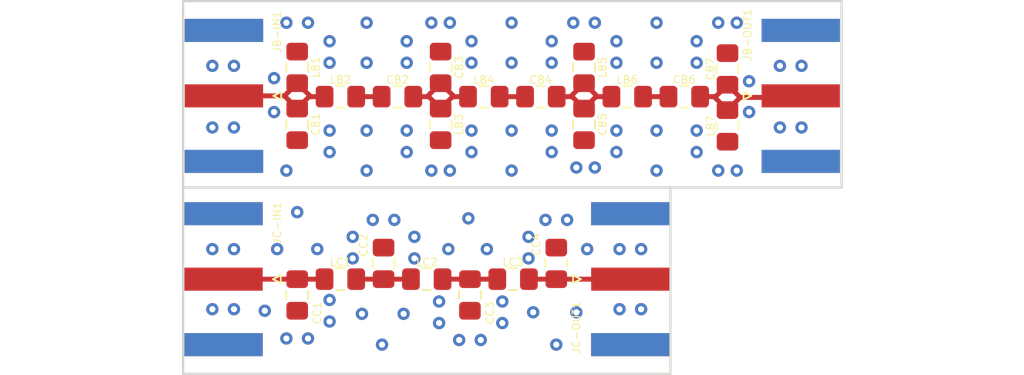
<source format=kicad_pcb>
(kicad_pcb (version 20171130) (host pcbnew "(5.0.1-3-g963ef8bb5)")

  (general
    (thickness 1.6)
    (drawings 8)
    (tracks 138)
    (zones 0)
    (modules 25)
    (nets 13)
  )

  (page A4)
  (layers
    (0 F.Cu signal)
    (31 B.Cu signal)
    (32 B.Adhes user)
    (33 F.Adhes user)
    (34 B.Paste user)
    (35 F.Paste user)
    (36 B.SilkS user)
    (37 F.SilkS user)
    (38 B.Mask user)
    (39 F.Mask user)
    (40 Dwgs.User user)
    (41 Cmts.User user)
    (42 Eco1.User user)
    (43 Eco2.User user)
    (44 Edge.Cuts user)
    (45 Margin user)
    (46 B.CrtYd user)
    (47 F.CrtYd user)
    (48 B.Fab user)
    (49 F.Fab user)
  )

  (setup
    (last_trace_width 0.32)
    (trace_clearance 0.2)
    (zone_clearance 0.2)
    (zone_45_only no)
    (trace_min 0.2)
    (segment_width 0.2)
    (edge_width 0.15)
    (via_size 0.8)
    (via_drill 0.4)
    (via_min_size 0.4)
    (via_min_drill 0.3)
    (uvia_size 0.3)
    (uvia_drill 0.1)
    (uvias_allowed no)
    (uvia_min_size 0.2)
    (uvia_min_drill 0.1)
    (pcb_text_width 0.3)
    (pcb_text_size 1.5 1.5)
    (mod_edge_width 0.15)
    (mod_text_size 1 1)
    (mod_text_width 0.15)
    (pad_size 1.524 1.524)
    (pad_drill 0.762)
    (pad_to_mask_clearance 0.051)
    (solder_mask_min_width 0.25)
    (aux_axis_origin 0 0)
    (visible_elements FFFFFF7F)
    (pcbplotparams
      (layerselection 0x010fc_ffffffff)
      (usegerberextensions false)
      (usegerberattributes false)
      (usegerberadvancedattributes false)
      (creategerberjobfile false)
      (excludeedgelayer true)
      (linewidth 0.050000)
      (plotframeref false)
      (viasonmask false)
      (mode 1)
      (useauxorigin false)
      (hpglpennumber 1)
      (hpglpenspeed 20)
      (hpglpendiameter 15.000000)
      (psnegative false)
      (psa4output false)
      (plotreference true)
      (plotvalue true)
      (plotinvisibletext false)
      (padsonsilk false)
      (subtractmaskfromsilk false)
      (outputformat 1)
      (mirror false)
      (drillshape 1)
      (scaleselection 1)
      (outputdirectory ""))
  )

  (net 0 "")
  (net 1 "Net-(CB1-Pad1)")
  (net 2 GND)
  (net 3 "Net-(CB2-Pad2)")
  (net 4 "Net-(CB2-Pad1)")
  (net 5 "Net-(CB4-Pad1)")
  (net 6 "Net-(CB4-Pad2)")
  (net 7 "Net-(CB6-Pad2)")
  (net 8 "Net-(CB6-Pad1)")
  (net 9 "Net-(CC1-Pad1)")
  (net 10 "Net-(CC2-Pad1)")
  (net 11 "Net-(CC3-Pad1)")
  (net 12 "Net-(CC4-Pad1)")

  (net_class Default "This is the default net class."
    (clearance 0.2)
    (trace_width 0.32)
    (via_dia 0.8)
    (via_drill 0.4)
    (uvia_dia 0.3)
    (uvia_drill 0.1)
    (add_net GND)
    (add_net "Net-(CB1-Pad1)")
    (add_net "Net-(CB2-Pad1)")
    (add_net "Net-(CB2-Pad2)")
    (add_net "Net-(CB4-Pad1)")
    (add_net "Net-(CB4-Pad2)")
    (add_net "Net-(CB6-Pad1)")
    (add_net "Net-(CB6-Pad2)")
    (add_net "Net-(CC1-Pad1)")
    (add_net "Net-(CC2-Pad1)")
    (add_net "Net-(CC3-Pad1)")
    (add_net "Net-(CC4-Pad1)")
  )

  (module Capacitor_SMD:C_0805_2012Metric_Pad1.15x1.40mm_HandSolder (layer F.Cu) (tedit 5C750C64) (tstamp 5C818E19)
    (at 57.5 53 270)
    (descr "Capacitor SMD 0805 (2012 Metric), square (rectangular) end terminal, IPC_7351 nominal with elongated pad for handsoldering. (Body size source: https://docs.google.com/spreadsheets/d/1BsfQQcO9C6DZCsRaXUlFlo91Tg2WpOkGARC1WS5S8t0/edit?usp=sharing), generated with kicad-footprint-generator")
    (tags "capacitor handsolder")
    (path /5C7504AF)
    (attr smd)
    (fp_text reference CB1 (at 0 -1.2 270) (layer F.SilkS)
      (effects (font (size 0.5 0.5) (thickness 0.07)))
    )
    (fp_text value C (at 0 1.65 270) (layer F.Fab) hide
      (effects (font (size 1 1) (thickness 0.15)))
    )
    (fp_line (start -1 0.6) (end -1 -0.6) (layer F.Fab) (width 0.1))
    (fp_line (start -1 -0.6) (end 1 -0.6) (layer F.Fab) (width 0.1))
    (fp_line (start 1 -0.6) (end 1 0.6) (layer F.Fab) (width 0.1))
    (fp_line (start 1 0.6) (end -1 0.6) (layer F.Fab) (width 0.1))
    (fp_line (start -0.261252 -0.71) (end 0.261252 -0.71) (layer F.SilkS) (width 0.12))
    (fp_line (start -0.261252 0.71) (end 0.261252 0.71) (layer F.SilkS) (width 0.12))
    (fp_line (start -1.85 0.95) (end -1.85 -0.95) (layer F.CrtYd) (width 0.05))
    (fp_line (start -1.85 -0.95) (end 1.85 -0.95) (layer F.CrtYd) (width 0.05))
    (fp_line (start 1.85 -0.95) (end 1.85 0.95) (layer F.CrtYd) (width 0.05))
    (fp_line (start 1.85 0.95) (end -1.85 0.95) (layer F.CrtYd) (width 0.05))
    (fp_text user %R (at 0 0 270) (layer F.Fab) hide
      (effects (font (size 0.5 0.5) (thickness 0.08)))
    )
    (pad 1 smd roundrect (at -1.025 0 270) (size 1.15 1.4) (layers F.Cu F.Paste F.Mask) (roundrect_rratio 0.217391)
      (net 1 "Net-(CB1-Pad1)"))
    (pad 2 smd roundrect (at 1.025 0 270) (size 1.15 1.4) (layers F.Cu F.Paste F.Mask) (roundrect_rratio 0.217391)
      (net 2 GND))
    (model ${KISYS3DMOD}/Capacitor_SMD.3dshapes/C_0805_2012Metric.wrl
      (at (xyz 0 0 0))
      (scale (xyz 1 1 1))
      (rotate (xyz 0 0 0))
    )
  )

  (module Capacitor_SMD:C_0805_2012Metric_Pad1.15x1.40mm_HandSolder (layer F.Cu) (tedit 5C750CC2) (tstamp 5C818E2A)
    (at 64 51.2 180)
    (descr "Capacitor SMD 0805 (2012 Metric), square (rectangular) end terminal, IPC_7351 nominal with elongated pad for handsoldering. (Body size source: https://docs.google.com/spreadsheets/d/1BsfQQcO9C6DZCsRaXUlFlo91Tg2WpOkGARC1WS5S8t0/edit?usp=sharing), generated with kicad-footprint-generator")
    (tags "capacitor handsolder")
    (path /5C750543)
    (attr smd)
    (fp_text reference CB2 (at 0 1.1 180) (layer F.SilkS)
      (effects (font (size 0.5 0.5) (thickness 0.07)))
    )
    (fp_text value C (at 0 1.65 180) (layer F.Fab) hide
      (effects (font (size 1 1) (thickness 0.15)))
    )
    (fp_text user %R (at 0 0 180) (layer F.Fab) hide
      (effects (font (size 0.5 0.5) (thickness 0.08)))
    )
    (fp_line (start 1.85 0.95) (end -1.85 0.95) (layer F.CrtYd) (width 0.05))
    (fp_line (start 1.85 -0.95) (end 1.85 0.95) (layer F.CrtYd) (width 0.05))
    (fp_line (start -1.85 -0.95) (end 1.85 -0.95) (layer F.CrtYd) (width 0.05))
    (fp_line (start -1.85 0.95) (end -1.85 -0.95) (layer F.CrtYd) (width 0.05))
    (fp_line (start -0.261252 0.71) (end 0.261252 0.71) (layer F.SilkS) (width 0.12))
    (fp_line (start -0.261252 -0.71) (end 0.261252 -0.71) (layer F.SilkS) (width 0.12))
    (fp_line (start 1 0.6) (end -1 0.6) (layer F.Fab) (width 0.1))
    (fp_line (start 1 -0.6) (end 1 0.6) (layer F.Fab) (width 0.1))
    (fp_line (start -1 -0.6) (end 1 -0.6) (layer F.Fab) (width 0.1))
    (fp_line (start -1 0.6) (end -1 -0.6) (layer F.Fab) (width 0.1))
    (pad 2 smd roundrect (at 1.025 0 180) (size 1.15 1.4) (layers F.Cu F.Paste F.Mask) (roundrect_rratio 0.217391)
      (net 3 "Net-(CB2-Pad2)"))
    (pad 1 smd roundrect (at -1.025 0 180) (size 1.15 1.4) (layers F.Cu F.Paste F.Mask) (roundrect_rratio 0.217391)
      (net 4 "Net-(CB2-Pad1)"))
    (model ${KISYS3DMOD}/Capacitor_SMD.3dshapes/C_0805_2012Metric.wrl
      (at (xyz 0 0 0))
      (scale (xyz 1 1 1))
      (rotate (xyz 0 0 0))
    )
  )

  (module Capacitor_SMD:C_0805_2012Metric_Pad1.15x1.40mm_HandSolder (layer F.Cu) (tedit 5C750CDD) (tstamp 5C818E3B)
    (at 66.8 49.3 90)
    (descr "Capacitor SMD 0805 (2012 Metric), square (rectangular) end terminal, IPC_7351 nominal with elongated pad for handsoldering. (Body size source: https://docs.google.com/spreadsheets/d/1BsfQQcO9C6DZCsRaXUlFlo91Tg2WpOkGARC1WS5S8t0/edit?usp=sharing), generated with kicad-footprint-generator")
    (tags "capacitor handsolder")
    (path /5C75AA28)
    (attr smd)
    (fp_text reference CB3 (at 0 1.2 90) (layer F.SilkS)
      (effects (font (size 0.5 0.5) (thickness 0.07)))
    )
    (fp_text value C (at 0 1.65 90) (layer F.Fab) hide
      (effects (font (size 1 1) (thickness 0.15)))
    )
    (fp_line (start -1 0.6) (end -1 -0.6) (layer F.Fab) (width 0.1))
    (fp_line (start -1 -0.6) (end 1 -0.6) (layer F.Fab) (width 0.1))
    (fp_line (start 1 -0.6) (end 1 0.6) (layer F.Fab) (width 0.1))
    (fp_line (start 1 0.6) (end -1 0.6) (layer F.Fab) (width 0.1))
    (fp_line (start -0.261252 -0.71) (end 0.261252 -0.71) (layer F.SilkS) (width 0.12))
    (fp_line (start -0.261252 0.71) (end 0.261252 0.71) (layer F.SilkS) (width 0.12))
    (fp_line (start -1.85 0.95) (end -1.85 -0.95) (layer F.CrtYd) (width 0.05))
    (fp_line (start -1.85 -0.95) (end 1.85 -0.95) (layer F.CrtYd) (width 0.05))
    (fp_line (start 1.85 -0.95) (end 1.85 0.95) (layer F.CrtYd) (width 0.05))
    (fp_line (start 1.85 0.95) (end -1.85 0.95) (layer F.CrtYd) (width 0.05))
    (fp_text user %R (at 0 0 90) (layer F.Fab) hide
      (effects (font (size 0.5 0.5) (thickness 0.08)))
    )
    (pad 1 smd roundrect (at -1.025 0 90) (size 1.15 1.4) (layers F.Cu F.Paste F.Mask) (roundrect_rratio 0.217391)
      (net 4 "Net-(CB2-Pad1)"))
    (pad 2 smd roundrect (at 1.025 0 90) (size 1.15 1.4) (layers F.Cu F.Paste F.Mask) (roundrect_rratio 0.217391)
      (net 2 GND))
    (model ${KISYS3DMOD}/Capacitor_SMD.3dshapes/C_0805_2012Metric.wrl
      (at (xyz 0 0 0))
      (scale (xyz 1 1 1))
      (rotate (xyz 0 0 0))
    )
  )

  (module Capacitor_SMD:C_0805_2012Metric_Pad1.15x1.40mm_HandSolder (layer F.Cu) (tedit 5C75104E) (tstamp 5C818E4C)
    (at 73.3 51.2 180)
    (descr "Capacitor SMD 0805 (2012 Metric), square (rectangular) end terminal, IPC_7351 nominal with elongated pad for handsoldering. (Body size source: https://docs.google.com/spreadsheets/d/1BsfQQcO9C6DZCsRaXUlFlo91Tg2WpOkGARC1WS5S8t0/edit?usp=sharing), generated with kicad-footprint-generator")
    (tags "capacitor handsolder")
    (path /5C75C952)
    (attr smd)
    (fp_text reference CB4 (at 0 1.1 180) (layer F.SilkS)
      (effects (font (size 0.5 0.5) (thickness 0.07)))
    )
    (fp_text value C (at 0 1.65 180) (layer F.Fab) hide
      (effects (font (size 1 1) (thickness 0.15)))
    )
    (fp_line (start -1 0.6) (end -1 -0.6) (layer F.Fab) (width 0.1))
    (fp_line (start -1 -0.6) (end 1 -0.6) (layer F.Fab) (width 0.1))
    (fp_line (start 1 -0.6) (end 1 0.6) (layer F.Fab) (width 0.1))
    (fp_line (start 1 0.6) (end -1 0.6) (layer F.Fab) (width 0.1))
    (fp_line (start -0.261252 -0.71) (end 0.261252 -0.71) (layer F.SilkS) (width 0.12))
    (fp_line (start -0.261252 0.71) (end 0.261252 0.71) (layer F.SilkS) (width 0.12))
    (fp_line (start -1.85 0.95) (end -1.85 -0.95) (layer F.CrtYd) (width 0.05))
    (fp_line (start -1.85 -0.95) (end 1.85 -0.95) (layer F.CrtYd) (width 0.05))
    (fp_line (start 1.85 -0.95) (end 1.85 0.95) (layer F.CrtYd) (width 0.05))
    (fp_line (start 1.85 0.95) (end -1.85 0.95) (layer F.CrtYd) (width 0.05))
    (fp_text user %R (at 0 0 180) (layer F.Fab) hide
      (effects (font (size 0.5 0.5) (thickness 0.08)))
    )
    (pad 1 smd roundrect (at -1.025 0 180) (size 1.15 1.4) (layers F.Cu F.Paste F.Mask) (roundrect_rratio 0.217391)
      (net 5 "Net-(CB4-Pad1)"))
    (pad 2 smd roundrect (at 1.025 0 180) (size 1.15 1.4) (layers F.Cu F.Paste F.Mask) (roundrect_rratio 0.217391)
      (net 6 "Net-(CB4-Pad2)"))
    (model ${KISYS3DMOD}/Capacitor_SMD.3dshapes/C_0805_2012Metric.wrl
      (at (xyz 0 0 0))
      (scale (xyz 1 1 1))
      (rotate (xyz 0 0 0))
    )
  )

  (module Capacitor_SMD:C_0805_2012Metric_Pad1.15x1.40mm_HandSolder (layer F.Cu) (tedit 5C751053) (tstamp 5C818E5D)
    (at 76.1 53 270)
    (descr "Capacitor SMD 0805 (2012 Metric), square (rectangular) end terminal, IPC_7351 nominal with elongated pad for handsoldering. (Body size source: https://docs.google.com/spreadsheets/d/1BsfQQcO9C6DZCsRaXUlFlo91Tg2WpOkGARC1WS5S8t0/edit?usp=sharing), generated with kicad-footprint-generator")
    (tags "capacitor handsolder")
    (path /5C75AA5B)
    (attr smd)
    (fp_text reference CB5 (at 0 -1.2 270) (layer F.SilkS)
      (effects (font (size 0.5 0.5) (thickness 0.07)))
    )
    (fp_text value C (at 0 1.65 270) (layer F.Fab) hide
      (effects (font (size 1 1) (thickness 0.15)))
    )
    (fp_text user %R (at 0 0 270) (layer F.Fab) hide
      (effects (font (size 0.5 0.5) (thickness 0.08)))
    )
    (fp_line (start 1.85 0.95) (end -1.85 0.95) (layer F.CrtYd) (width 0.05))
    (fp_line (start 1.85 -0.95) (end 1.85 0.95) (layer F.CrtYd) (width 0.05))
    (fp_line (start -1.85 -0.95) (end 1.85 -0.95) (layer F.CrtYd) (width 0.05))
    (fp_line (start -1.85 0.95) (end -1.85 -0.95) (layer F.CrtYd) (width 0.05))
    (fp_line (start -0.261252 0.71) (end 0.261252 0.71) (layer F.SilkS) (width 0.12))
    (fp_line (start -0.261252 -0.71) (end 0.261252 -0.71) (layer F.SilkS) (width 0.12))
    (fp_line (start 1 0.6) (end -1 0.6) (layer F.Fab) (width 0.1))
    (fp_line (start 1 -0.6) (end 1 0.6) (layer F.Fab) (width 0.1))
    (fp_line (start -1 -0.6) (end 1 -0.6) (layer F.Fab) (width 0.1))
    (fp_line (start -1 0.6) (end -1 -0.6) (layer F.Fab) (width 0.1))
    (pad 2 smd roundrect (at 1.025 0 270) (size 1.15 1.4) (layers F.Cu F.Paste F.Mask) (roundrect_rratio 0.217391)
      (net 2 GND))
    (pad 1 smd roundrect (at -1.025 0 270) (size 1.15 1.4) (layers F.Cu F.Paste F.Mask) (roundrect_rratio 0.217391)
      (net 5 "Net-(CB4-Pad1)"))
    (model ${KISYS3DMOD}/Capacitor_SMD.3dshapes/C_0805_2012Metric.wrl
      (at (xyz 0 0 0))
      (scale (xyz 1 1 1))
      (rotate (xyz 0 0 0))
    )
  )

  (module Capacitor_SMD:C_0805_2012Metric_Pad1.15x1.40mm_HandSolder (layer F.Cu) (tedit 5C751067) (tstamp 5C818E6E)
    (at 82.6 51.2 180)
    (descr "Capacitor SMD 0805 (2012 Metric), square (rectangular) end terminal, IPC_7351 nominal with elongated pad for handsoldering. (Body size source: https://docs.google.com/spreadsheets/d/1BsfQQcO9C6DZCsRaXUlFlo91Tg2WpOkGARC1WS5S8t0/edit?usp=sharing), generated with kicad-footprint-generator")
    (tags "capacitor handsolder")
    (path /5C75C9C3)
    (attr smd)
    (fp_text reference CB6 (at 0 1.1 180) (layer F.SilkS)
      (effects (font (size 0.5 0.5) (thickness 0.07)))
    )
    (fp_text value C (at 0 1.65 180) (layer F.Fab) hide
      (effects (font (size 1 1) (thickness 0.15)))
    )
    (fp_text user %R (at 0 0 180) (layer F.Fab) hide
      (effects (font (size 0.5 0.5) (thickness 0.08)))
    )
    (fp_line (start 1.85 0.95) (end -1.85 0.95) (layer F.CrtYd) (width 0.05))
    (fp_line (start 1.85 -0.95) (end 1.85 0.95) (layer F.CrtYd) (width 0.05))
    (fp_line (start -1.85 -0.95) (end 1.85 -0.95) (layer F.CrtYd) (width 0.05))
    (fp_line (start -1.85 0.95) (end -1.85 -0.95) (layer F.CrtYd) (width 0.05))
    (fp_line (start -0.261252 0.71) (end 0.261252 0.71) (layer F.SilkS) (width 0.12))
    (fp_line (start -0.261252 -0.71) (end 0.261252 -0.71) (layer F.SilkS) (width 0.12))
    (fp_line (start 1 0.6) (end -1 0.6) (layer F.Fab) (width 0.1))
    (fp_line (start 1 -0.6) (end 1 0.6) (layer F.Fab) (width 0.1))
    (fp_line (start -1 -0.6) (end 1 -0.6) (layer F.Fab) (width 0.1))
    (fp_line (start -1 0.6) (end -1 -0.6) (layer F.Fab) (width 0.1))
    (pad 2 smd roundrect (at 1.025 0 180) (size 1.15 1.4) (layers F.Cu F.Paste F.Mask) (roundrect_rratio 0.217391)
      (net 7 "Net-(CB6-Pad2)"))
    (pad 1 smd roundrect (at -1.025 0 180) (size 1.15 1.4) (layers F.Cu F.Paste F.Mask) (roundrect_rratio 0.217391)
      (net 8 "Net-(CB6-Pad1)"))
    (model ${KISYS3DMOD}/Capacitor_SMD.3dshapes/C_0805_2012Metric.wrl
      (at (xyz 0 0 0))
      (scale (xyz 1 1 1))
      (rotate (xyz 0 0 0))
    )
  )

  (module Capacitor_SMD:C_0805_2012Metric_Pad1.15x1.40mm_HandSolder (layer F.Cu) (tedit 5C751925) (tstamp 5C818E7F)
    (at 57.5 64.075 270)
    (descr "Capacitor SMD 0805 (2012 Metric), square (rectangular) end terminal, IPC_7351 nominal with elongated pad for handsoldering. (Body size source: https://docs.google.com/spreadsheets/d/1BsfQQcO9C6DZCsRaXUlFlo91Tg2WpOkGARC1WS5S8t0/edit?usp=sharing), generated with kicad-footprint-generator")
    (tags "capacitor handsolder")
    (path /5C75DFB2)
    (attr smd)
    (fp_text reference CC1 (at 1.175 -1.3 270) (layer F.SilkS)
      (effects (font (size 0.5 0.5) (thickness 0.07)))
    )
    (fp_text value C (at 0 1.65 270) (layer F.Fab) hide
      (effects (font (size 1 1) (thickness 0.15)))
    )
    (fp_line (start -1 0.6) (end -1 -0.6) (layer F.Fab) (width 0.1))
    (fp_line (start -1 -0.6) (end 1 -0.6) (layer F.Fab) (width 0.1))
    (fp_line (start 1 -0.6) (end 1 0.6) (layer F.Fab) (width 0.1))
    (fp_line (start 1 0.6) (end -1 0.6) (layer F.Fab) (width 0.1))
    (fp_line (start -0.261252 -0.71) (end 0.261252 -0.71) (layer F.SilkS) (width 0.12))
    (fp_line (start -0.261252 0.71) (end 0.261252 0.71) (layer F.SilkS) (width 0.12))
    (fp_line (start -1.85 0.95) (end -1.85 -0.95) (layer F.CrtYd) (width 0.05))
    (fp_line (start -1.85 -0.95) (end 1.85 -0.95) (layer F.CrtYd) (width 0.05))
    (fp_line (start 1.85 -0.95) (end 1.85 0.95) (layer F.CrtYd) (width 0.05))
    (fp_line (start 1.85 0.95) (end -1.85 0.95) (layer F.CrtYd) (width 0.05))
    (fp_text user %R (at 0 0 270) (layer F.Fab) hide
      (effects (font (size 0.5 0.5) (thickness 0.08)))
    )
    (pad 1 smd roundrect (at -1.025 0 270) (size 1.15 1.4) (layers F.Cu F.Paste F.Mask) (roundrect_rratio 0.217391)
      (net 9 "Net-(CC1-Pad1)"))
    (pad 2 smd roundrect (at 1.025 0 270) (size 1.15 1.4) (layers F.Cu F.Paste F.Mask) (roundrect_rratio 0.217391)
      (net 2 GND))
    (model ${KISYS3DMOD}/Capacitor_SMD.3dshapes/C_0805_2012Metric.wrl
      (at (xyz 0 0 0))
      (scale (xyz 1 1 1))
      (rotate (xyz 0 0 0))
    )
  )

  (module Capacitor_SMD:C_0805_2012Metric_Pad1.15x1.40mm_HandSolder (layer F.Cu) (tedit 5C75192D) (tstamp 5C818E90)
    (at 63.1 62.025 90)
    (descr "Capacitor SMD 0805 (2012 Metric), square (rectangular) end terminal, IPC_7351 nominal with elongated pad for handsoldering. (Body size source: https://docs.google.com/spreadsheets/d/1BsfQQcO9C6DZCsRaXUlFlo91Tg2WpOkGARC1WS5S8t0/edit?usp=sharing), generated with kicad-footprint-generator")
    (tags "capacitor handsolder")
    (path /5C75E003)
    (attr smd)
    (fp_text reference CC2 (at 1.175 -1.3 90) (layer F.SilkS)
      (effects (font (size 0.5 0.5) (thickness 0.07)))
    )
    (fp_text value C (at 0 1.65 90) (layer F.Fab) hide
      (effects (font (size 1 1) (thickness 0.15)))
    )
    (fp_text user %R (at 0 0 90) (layer F.Fab) hide
      (effects (font (size 0.5 0.5) (thickness 0.08)))
    )
    (fp_line (start 1.85 0.95) (end -1.85 0.95) (layer F.CrtYd) (width 0.05))
    (fp_line (start 1.85 -0.95) (end 1.85 0.95) (layer F.CrtYd) (width 0.05))
    (fp_line (start -1.85 -0.95) (end 1.85 -0.95) (layer F.CrtYd) (width 0.05))
    (fp_line (start -1.85 0.95) (end -1.85 -0.95) (layer F.CrtYd) (width 0.05))
    (fp_line (start -0.261252 0.71) (end 0.261252 0.71) (layer F.SilkS) (width 0.12))
    (fp_line (start -0.261252 -0.71) (end 0.261252 -0.71) (layer F.SilkS) (width 0.12))
    (fp_line (start 1 0.6) (end -1 0.6) (layer F.Fab) (width 0.1))
    (fp_line (start 1 -0.6) (end 1 0.6) (layer F.Fab) (width 0.1))
    (fp_line (start -1 -0.6) (end 1 -0.6) (layer F.Fab) (width 0.1))
    (fp_line (start -1 0.6) (end -1 -0.6) (layer F.Fab) (width 0.1))
    (pad 2 smd roundrect (at 1.025 0 90) (size 1.15 1.4) (layers F.Cu F.Paste F.Mask) (roundrect_rratio 0.217391)
      (net 2 GND))
    (pad 1 smd roundrect (at -1.025 0 90) (size 1.15 1.4) (layers F.Cu F.Paste F.Mask) (roundrect_rratio 0.217391)
      (net 10 "Net-(CC2-Pad1)"))
    (model ${KISYS3DMOD}/Capacitor_SMD.3dshapes/C_0805_2012Metric.wrl
      (at (xyz 0 0 0))
      (scale (xyz 1 1 1))
      (rotate (xyz 0 0 0))
    )
  )

  (module Capacitor_SMD:C_0805_2012Metric_Pad1.15x1.40mm_HandSolder (layer F.Cu) (tedit 5C751CEE) (tstamp 5C818EA1)
    (at 68.7 64.075 270)
    (descr "Capacitor SMD 0805 (2012 Metric), square (rectangular) end terminal, IPC_7351 nominal with elongated pad for handsoldering. (Body size source: https://docs.google.com/spreadsheets/d/1BsfQQcO9C6DZCsRaXUlFlo91Tg2WpOkGARC1WS5S8t0/edit?usp=sharing), generated with kicad-footprint-generator")
    (tags "capacitor handsolder")
    (path /5C75E009)
    (attr smd)
    (fp_text reference CC3 (at 1.175 -1.3 270) (layer F.SilkS)
      (effects (font (size 0.5 0.5) (thickness 0.07)))
    )
    (fp_text value C (at 0 1.65 270) (layer F.Fab) hide
      (effects (font (size 1 1) (thickness 0.15)))
    )
    (fp_line (start -1 0.6) (end -1 -0.6) (layer F.Fab) (width 0.1))
    (fp_line (start -1 -0.6) (end 1 -0.6) (layer F.Fab) (width 0.1))
    (fp_line (start 1 -0.6) (end 1 0.6) (layer F.Fab) (width 0.1))
    (fp_line (start 1 0.6) (end -1 0.6) (layer F.Fab) (width 0.1))
    (fp_line (start -0.261252 -0.71) (end 0.261252 -0.71) (layer F.SilkS) (width 0.12))
    (fp_line (start -0.261252 0.71) (end 0.261252 0.71) (layer F.SilkS) (width 0.12))
    (fp_line (start -1.85 0.95) (end -1.85 -0.95) (layer F.CrtYd) (width 0.05))
    (fp_line (start -1.85 -0.95) (end 1.85 -0.95) (layer F.CrtYd) (width 0.05))
    (fp_line (start 1.85 -0.95) (end 1.85 0.95) (layer F.CrtYd) (width 0.05))
    (fp_line (start 1.85 0.95) (end -1.85 0.95) (layer F.CrtYd) (width 0.05))
    (fp_text user %R (at 0 0 270) (layer F.Fab) hide
      (effects (font (size 0.5 0.5) (thickness 0.08)))
    )
    (pad 1 smd roundrect (at -1.025 0 270) (size 1.15 1.4) (layers F.Cu F.Paste F.Mask) (roundrect_rratio 0.217391)
      (net 11 "Net-(CC3-Pad1)"))
    (pad 2 smd roundrect (at 1.025 0 270) (size 1.15 1.4) (layers F.Cu F.Paste F.Mask) (roundrect_rratio 0.217391)
      (net 2 GND))
    (model ${KISYS3DMOD}/Capacitor_SMD.3dshapes/C_0805_2012Metric.wrl
      (at (xyz 0 0 0))
      (scale (xyz 1 1 1))
      (rotate (xyz 0 0 0))
    )
  )

  (module Capacitor_SMD:C_0805_2012Metric_Pad1.15x1.40mm_HandSolder (layer F.Cu) (tedit 5C751949) (tstamp 5C818EB2)
    (at 74.3 62.025 90)
    (descr "Capacitor SMD 0805 (2012 Metric), square (rectangular) end terminal, IPC_7351 nominal with elongated pad for handsoldering. (Body size source: https://docs.google.com/spreadsheets/d/1BsfQQcO9C6DZCsRaXUlFlo91Tg2WpOkGARC1WS5S8t0/edit?usp=sharing), generated with kicad-footprint-generator")
    (tags "capacitor handsolder")
    (path /5C772C29)
    (attr smd)
    (fp_text reference CC4 (at 1.225 -1.3 90) (layer F.SilkS)
      (effects (font (size 0.5 0.5) (thickness 0.07)))
    )
    (fp_text value C (at 0 1.65 90) (layer F.Fab) hide
      (effects (font (size 1 1) (thickness 0.15)))
    )
    (fp_text user %R (at 0 0 90) (layer F.Fab) hide
      (effects (font (size 0.5 0.5) (thickness 0.08)))
    )
    (fp_line (start 1.85 0.95) (end -1.85 0.95) (layer F.CrtYd) (width 0.05))
    (fp_line (start 1.85 -0.95) (end 1.85 0.95) (layer F.CrtYd) (width 0.05))
    (fp_line (start -1.85 -0.95) (end 1.85 -0.95) (layer F.CrtYd) (width 0.05))
    (fp_line (start -1.85 0.95) (end -1.85 -0.95) (layer F.CrtYd) (width 0.05))
    (fp_line (start -0.261252 0.71) (end 0.261252 0.71) (layer F.SilkS) (width 0.12))
    (fp_line (start -0.261252 -0.71) (end 0.261252 -0.71) (layer F.SilkS) (width 0.12))
    (fp_line (start 1 0.6) (end -1 0.6) (layer F.Fab) (width 0.1))
    (fp_line (start 1 -0.6) (end 1 0.6) (layer F.Fab) (width 0.1))
    (fp_line (start -1 -0.6) (end 1 -0.6) (layer F.Fab) (width 0.1))
    (fp_line (start -1 0.6) (end -1 -0.6) (layer F.Fab) (width 0.1))
    (pad 2 smd roundrect (at 1.025 0 90) (size 1.15 1.4) (layers F.Cu F.Paste F.Mask) (roundrect_rratio 0.217391)
      (net 2 GND))
    (pad 1 smd roundrect (at -1.025 0 90) (size 1.15 1.4) (layers F.Cu F.Paste F.Mask) (roundrect_rratio 0.217391)
      (net 12 "Net-(CC4-Pad1)"))
    (model ${KISYS3DMOD}/Capacitor_SMD.3dshapes/C_0805_2012Metric.wrl
      (at (xyz 0 0 0))
      (scale (xyz 1 1 1))
      (rotate (xyz 0 0 0))
    )
  )

  (module Connector_Coaxial:SMA_Amphenol_132289_EdgeMount (layer F.Cu) (tedit 5C750C86) (tstamp 5C818ED5)
    (at 52.75 51.15 180)
    (descr http://www.amphenolrf.com/132289.html)
    (tags SMA)
    (path /5C7503A2)
    (attr smd)
    (fp_text reference JB-IN1 (at -3.45 4.15 270) (layer F.SilkS)
      (effects (font (size 0.5 0.5) (thickness 0.07)))
    )
    (fp_text value Conn_Coaxial (at 5 6 180) (layer F.Fab) hide
      (effects (font (size 1 1) (thickness 0.15)))
    )
    (fp_line (start -3.71 0.25) (end -3.21 0) (layer F.SilkS) (width 0.12))
    (fp_line (start -3.71 -0.25) (end -3.71 0.25) (layer F.SilkS) (width 0.12))
    (fp_line (start -3.21 0) (end -3.71 -0.25) (layer F.SilkS) (width 0.12))
    (fp_line (start 3.54 0) (end 2.54 0.75) (layer F.Fab) (width 0.1))
    (fp_line (start 2.54 -0.75) (end 3.54 0) (layer F.Fab) (width 0.1))
    (fp_text user %R (at 4.79 0 90) (layer F.Fab) hide
      (effects (font (size 1 1) (thickness 0.15)))
    )
    (fp_line (start 14.47 -5.58) (end -3.04 -5.58) (layer F.CrtYd) (width 0.05))
    (fp_line (start 14.47 -5.58) (end 14.47 5.58) (layer F.CrtYd) (width 0.05))
    (fp_line (start 14.47 5.58) (end -3.04 5.58) (layer F.CrtYd) (width 0.05))
    (fp_line (start -3.04 5.58) (end -3.04 -5.58) (layer F.CrtYd) (width 0.05))
    (fp_line (start 14.47 -5.58) (end -3.04 -5.58) (layer B.CrtYd) (width 0.05))
    (fp_line (start 14.47 -5.58) (end 14.47 5.58) (layer B.CrtYd) (width 0.05))
    (fp_line (start 14.47 5.58) (end -3.04 5.58) (layer B.CrtYd) (width 0.05))
    (fp_line (start -3.04 5.58) (end -3.04 -5.58) (layer B.CrtYd) (width 0.05))
    (fp_line (start 4.445 -3.81) (end 13.97 -3.81) (layer F.Fab) (width 0.1))
    (fp_line (start 13.97 -3.81) (end 13.97 3.81) (layer F.Fab) (width 0.1))
    (fp_line (start 13.97 3.81) (end 4.445 3.81) (layer F.Fab) (width 0.1))
    (fp_line (start 4.445 5.08) (end 4.445 3.81) (layer F.Fab) (width 0.1))
    (fp_line (start 4.445 -3.81) (end 4.445 -5.08) (layer F.Fab) (width 0.1))
    (fp_line (start -1.91 -5.08) (end 4.445 -5.08) (layer F.Fab) (width 0.1))
    (fp_line (start -1.91 -5.08) (end -1.91 -3.81) (layer F.Fab) (width 0.1))
    (fp_line (start -1.91 -3.81) (end 2.54 -3.81) (layer F.Fab) (width 0.1))
    (fp_line (start 2.54 -3.81) (end 2.54 3.81) (layer F.Fab) (width 0.1))
    (fp_line (start 2.54 3.81) (end -1.91 3.81) (layer F.Fab) (width 0.1))
    (fp_line (start -1.91 3.81) (end -1.91 5.08) (layer F.Fab) (width 0.1))
    (fp_line (start -1.91 5.08) (end 4.445 5.08) (layer F.Fab) (width 0.1))
    (pad 2 smd rect (at 0 4.25 270) (size 1.5 5.08) (layers B.Cu B.Paste B.Mask)
      (net 2 GND))
    (pad 2 smd rect (at 0 -4.25 270) (size 1.5 5.08) (layers B.Cu B.Paste B.Mask)
      (net 2 GND))
    (pad 2 smd rect (at 0 4.25 270) (size 1.5 5.08) (layers F.Cu F.Paste F.Mask)
      (net 2 GND))
    (pad 2 smd rect (at 0 -4.25 270) (size 1.5 5.08) (layers F.Cu F.Paste F.Mask)
      (net 2 GND))
    (pad 1 smd rect (at 0 0 270) (size 1.5 5.08) (layers F.Cu F.Paste F.Mask)
      (net 1 "Net-(CB1-Pad1)"))
    (model ${KISYS3DMOD}/Connector_Coaxial.3dshapes/SMA_Amphenol_132289_EdgeMount.wrl
      (at (xyz 0 0 0))
      (scale (xyz 1 1 1))
      (rotate (xyz 0 0 0))
    )
  )

  (module Connector_Coaxial:SMA_Amphenol_132289_EdgeMount (layer F.Cu) (tedit 5C75107C) (tstamp 5C818EF8)
    (at 90.15 51.15)
    (descr http://www.amphenolrf.com/132289.html)
    (tags SMA)
    (path /5C750ABF)
    (attr smd)
    (fp_text reference JB-OUT1 (at -3.45 -3.95 90) (layer F.SilkS)
      (effects (font (size 0.5 0.5) (thickness 0.07)))
    )
    (fp_text value Conn_Coaxial (at 5 6) (layer F.Fab) hide
      (effects (font (size 1 1) (thickness 0.15)))
    )
    (fp_line (start -1.91 5.08) (end 4.445 5.08) (layer F.Fab) (width 0.1))
    (fp_line (start -1.91 3.81) (end -1.91 5.08) (layer F.Fab) (width 0.1))
    (fp_line (start 2.54 3.81) (end -1.91 3.81) (layer F.Fab) (width 0.1))
    (fp_line (start 2.54 -3.81) (end 2.54 3.81) (layer F.Fab) (width 0.1))
    (fp_line (start -1.91 -3.81) (end 2.54 -3.81) (layer F.Fab) (width 0.1))
    (fp_line (start -1.91 -5.08) (end -1.91 -3.81) (layer F.Fab) (width 0.1))
    (fp_line (start -1.91 -5.08) (end 4.445 -5.08) (layer F.Fab) (width 0.1))
    (fp_line (start 4.445 -3.81) (end 4.445 -5.08) (layer F.Fab) (width 0.1))
    (fp_line (start 4.445 5.08) (end 4.445 3.81) (layer F.Fab) (width 0.1))
    (fp_line (start 13.97 3.81) (end 4.445 3.81) (layer F.Fab) (width 0.1))
    (fp_line (start 13.97 -3.81) (end 13.97 3.81) (layer F.Fab) (width 0.1))
    (fp_line (start 4.445 -3.81) (end 13.97 -3.81) (layer F.Fab) (width 0.1))
    (fp_line (start -3.04 5.58) (end -3.04 -5.58) (layer B.CrtYd) (width 0.05))
    (fp_line (start 14.47 5.58) (end -3.04 5.58) (layer B.CrtYd) (width 0.05))
    (fp_line (start 14.47 -5.58) (end 14.47 5.58) (layer B.CrtYd) (width 0.05))
    (fp_line (start 14.47 -5.58) (end -3.04 -5.58) (layer B.CrtYd) (width 0.05))
    (fp_line (start -3.04 5.58) (end -3.04 -5.58) (layer F.CrtYd) (width 0.05))
    (fp_line (start 14.47 5.58) (end -3.04 5.58) (layer F.CrtYd) (width 0.05))
    (fp_line (start 14.47 -5.58) (end 14.47 5.58) (layer F.CrtYd) (width 0.05))
    (fp_line (start 14.47 -5.58) (end -3.04 -5.58) (layer F.CrtYd) (width 0.05))
    (fp_text user %R (at 4.79 0 -90) (layer F.Fab) hide
      (effects (font (size 1 1) (thickness 0.15)))
    )
    (fp_line (start 2.54 -0.75) (end 3.54 0) (layer F.Fab) (width 0.1))
    (fp_line (start 3.54 0) (end 2.54 0.75) (layer F.Fab) (width 0.1))
    (fp_line (start -3.21 0) (end -3.71 -0.25) (layer F.SilkS) (width 0.12))
    (fp_line (start -3.71 -0.25) (end -3.71 0.25) (layer F.SilkS) (width 0.12))
    (fp_line (start -3.71 0.25) (end -3.21 0) (layer F.SilkS) (width 0.12))
    (pad 1 smd rect (at 0 0 90) (size 1.5 5.08) (layers F.Cu F.Paste F.Mask)
      (net 8 "Net-(CB6-Pad1)"))
    (pad 2 smd rect (at 0 -4.25 90) (size 1.5 5.08) (layers F.Cu F.Paste F.Mask)
      (net 2 GND))
    (pad 2 smd rect (at 0 4.25 90) (size 1.5 5.08) (layers F.Cu F.Paste F.Mask)
      (net 2 GND))
    (pad 2 smd rect (at 0 -4.25 90) (size 1.5 5.08) (layers B.Cu B.Paste B.Mask)
      (net 2 GND))
    (pad 2 smd rect (at 0 4.25 90) (size 1.5 5.08) (layers B.Cu B.Paste B.Mask)
      (net 2 GND))
    (model ${KISYS3DMOD}/Connector_Coaxial.3dshapes/SMA_Amphenol_132289_EdgeMount.wrl
      (at (xyz 0 0 0))
      (scale (xyz 1 1 1))
      (rotate (xyz 0 0 0))
    )
  )

  (module Connector_Coaxial:SMA_Amphenol_132289_EdgeMount (layer F.Cu) (tedit 5C7518E5) (tstamp 5C81CF46)
    (at 52.725 63.05 180)
    (descr http://www.amphenolrf.com/132289.html)
    (tags SMA)
    (path /5C75DFA6)
    (attr smd)
    (fp_text reference JC-IN1 (at -3.475 3.65 270) (layer F.SilkS)
      (effects (font (size 0.5 0.5) (thickness 0.07)))
    )
    (fp_text value Conn_Coaxial (at 5 6 180) (layer F.Fab) hide
      (effects (font (size 1 1) (thickness 0.15)))
    )
    (fp_line (start -3.71 0.25) (end -3.21 0) (layer F.SilkS) (width 0.12))
    (fp_line (start -3.71 -0.25) (end -3.71 0.25) (layer F.SilkS) (width 0.12))
    (fp_line (start -3.21 0) (end -3.71 -0.25) (layer F.SilkS) (width 0.12))
    (fp_line (start 3.54 0) (end 2.54 0.75) (layer F.Fab) (width 0.1))
    (fp_line (start 2.54 -0.75) (end 3.54 0) (layer F.Fab) (width 0.1))
    (fp_text user %R (at 4.79 0 90) (layer F.Fab) hide
      (effects (font (size 1 1) (thickness 0.15)))
    )
    (fp_line (start 14.47 -5.58) (end -3.04 -5.58) (layer F.CrtYd) (width 0.05))
    (fp_line (start 14.47 -5.58) (end 14.47 5.58) (layer F.CrtYd) (width 0.05))
    (fp_line (start 14.47 5.58) (end -3.04 5.58) (layer F.CrtYd) (width 0.05))
    (fp_line (start -3.04 5.58) (end -3.04 -5.58) (layer F.CrtYd) (width 0.05))
    (fp_line (start 14.47 -5.58) (end -3.04 -5.58) (layer B.CrtYd) (width 0.05))
    (fp_line (start 14.47 -5.58) (end 14.47 5.58) (layer B.CrtYd) (width 0.05))
    (fp_line (start 14.47 5.58) (end -3.04 5.58) (layer B.CrtYd) (width 0.05))
    (fp_line (start -3.04 5.58) (end -3.04 -5.58) (layer B.CrtYd) (width 0.05))
    (fp_line (start 4.445 -3.81) (end 13.97 -3.81) (layer F.Fab) (width 0.1))
    (fp_line (start 13.97 -3.81) (end 13.97 3.81) (layer F.Fab) (width 0.1))
    (fp_line (start 13.97 3.81) (end 4.445 3.81) (layer F.Fab) (width 0.1))
    (fp_line (start 4.445 5.08) (end 4.445 3.81) (layer F.Fab) (width 0.1))
    (fp_line (start 4.445 -3.81) (end 4.445 -5.08) (layer F.Fab) (width 0.1))
    (fp_line (start -1.91 -5.08) (end 4.445 -5.08) (layer F.Fab) (width 0.1))
    (fp_line (start -1.91 -5.08) (end -1.91 -3.81) (layer F.Fab) (width 0.1))
    (fp_line (start -1.91 -3.81) (end 2.54 -3.81) (layer F.Fab) (width 0.1))
    (fp_line (start 2.54 -3.81) (end 2.54 3.81) (layer F.Fab) (width 0.1))
    (fp_line (start 2.54 3.81) (end -1.91 3.81) (layer F.Fab) (width 0.1))
    (fp_line (start -1.91 3.81) (end -1.91 5.08) (layer F.Fab) (width 0.1))
    (fp_line (start -1.91 5.08) (end 4.445 5.08) (layer F.Fab) (width 0.1))
    (pad 2 smd rect (at 0 4.25 270) (size 1.5 5.08) (layers B.Cu B.Paste B.Mask)
      (net 2 GND))
    (pad 2 smd rect (at 0 -4.25 270) (size 1.5 5.08) (layers B.Cu B.Paste B.Mask)
      (net 2 GND))
    (pad 2 smd rect (at 0 4.25 270) (size 1.5 5.08) (layers F.Cu F.Paste F.Mask)
      (net 2 GND))
    (pad 2 smd rect (at 0 -4.25 270) (size 1.5 5.08) (layers F.Cu F.Paste F.Mask)
      (net 2 GND))
    (pad 1 smd rect (at 0 0 270) (size 1.5 5.08) (layers F.Cu F.Paste F.Mask)
      (net 9 "Net-(CC1-Pad1)"))
    (model ${KISYS3DMOD}/Connector_Coaxial.3dshapes/SMA_Amphenol_132289_EdgeMount.wrl
      (at (xyz 0 0 0))
      (scale (xyz 1 1 1))
      (rotate (xyz 0 0 0))
    )
  )

  (module Connector_Coaxial:SMA_Amphenol_132289_EdgeMount (layer F.Cu) (tedit 5C751956) (tstamp 5C818F3E)
    (at 79.1 63.05)
    (descr http://www.amphenolrf.com/132289.html)
    (tags SMA)
    (path /5C75DFCA)
    (attr smd)
    (fp_text reference JC-OUT1 (at -3.5 3.15 90) (layer F.SilkS)
      (effects (font (size 0.5 0.5) (thickness 0.07)))
    )
    (fp_text value Conn_Coaxial (at 5 6) (layer F.Fab) hide
      (effects (font (size 1 1) (thickness 0.15)))
    )
    (fp_line (start -1.91 5.08) (end 4.445 5.08) (layer F.Fab) (width 0.1))
    (fp_line (start -1.91 3.81) (end -1.91 5.08) (layer F.Fab) (width 0.1))
    (fp_line (start 2.54 3.81) (end -1.91 3.81) (layer F.Fab) (width 0.1))
    (fp_line (start 2.54 -3.81) (end 2.54 3.81) (layer F.Fab) (width 0.1))
    (fp_line (start -1.91 -3.81) (end 2.54 -3.81) (layer F.Fab) (width 0.1))
    (fp_line (start -1.91 -5.08) (end -1.91 -3.81) (layer F.Fab) (width 0.1))
    (fp_line (start -1.91 -5.08) (end 4.445 -5.08) (layer F.Fab) (width 0.1))
    (fp_line (start 4.445 -3.81) (end 4.445 -5.08) (layer F.Fab) (width 0.1))
    (fp_line (start 4.445 5.08) (end 4.445 3.81) (layer F.Fab) (width 0.1))
    (fp_line (start 13.97 3.81) (end 4.445 3.81) (layer F.Fab) (width 0.1))
    (fp_line (start 13.97 -3.81) (end 13.97 3.81) (layer F.Fab) (width 0.1))
    (fp_line (start 4.445 -3.81) (end 13.97 -3.81) (layer F.Fab) (width 0.1))
    (fp_line (start -3.04 5.58) (end -3.04 -5.58) (layer B.CrtYd) (width 0.05))
    (fp_line (start 14.47 5.58) (end -3.04 5.58) (layer B.CrtYd) (width 0.05))
    (fp_line (start 14.47 -5.58) (end 14.47 5.58) (layer B.CrtYd) (width 0.05))
    (fp_line (start 14.47 -5.58) (end -3.04 -5.58) (layer B.CrtYd) (width 0.05))
    (fp_line (start -3.04 5.58) (end -3.04 -5.58) (layer F.CrtYd) (width 0.05))
    (fp_line (start 14.47 5.58) (end -3.04 5.58) (layer F.CrtYd) (width 0.05))
    (fp_line (start 14.47 -5.58) (end 14.47 5.58) (layer F.CrtYd) (width 0.05))
    (fp_line (start 14.47 -5.58) (end -3.04 -5.58) (layer F.CrtYd) (width 0.05))
    (fp_text user %R (at 4.79 0 -90) (layer F.Fab) hide
      (effects (font (size 1 1) (thickness 0.15)))
    )
    (fp_line (start 2.54 -0.75) (end 3.54 0) (layer F.Fab) (width 0.1))
    (fp_line (start 3.54 0) (end 2.54 0.75) (layer F.Fab) (width 0.1))
    (fp_line (start -3.21 0) (end -3.71 -0.25) (layer F.SilkS) (width 0.12))
    (fp_line (start -3.71 -0.25) (end -3.71 0.25) (layer F.SilkS) (width 0.12))
    (fp_line (start -3.71 0.25) (end -3.21 0) (layer F.SilkS) (width 0.12))
    (pad 1 smd rect (at 0 0 90) (size 1.5 5.08) (layers F.Cu F.Paste F.Mask)
      (net 12 "Net-(CC4-Pad1)"))
    (pad 2 smd rect (at 0 -4.25 90) (size 1.5 5.08) (layers F.Cu F.Paste F.Mask)
      (net 2 GND))
    (pad 2 smd rect (at 0 4.25 90) (size 1.5 5.08) (layers F.Cu F.Paste F.Mask)
      (net 2 GND))
    (pad 2 smd rect (at 0 -4.25 90) (size 1.5 5.08) (layers B.Cu B.Paste B.Mask)
      (net 2 GND))
    (pad 2 smd rect (at 0 4.25 90) (size 1.5 5.08) (layers B.Cu B.Paste B.Mask)
      (net 2 GND))
    (model ${KISYS3DMOD}/Connector_Coaxial.3dshapes/SMA_Amphenol_132289_EdgeMount.wrl
      (at (xyz 0 0 0))
      (scale (xyz 1 1 1))
      (rotate (xyz 0 0 0))
    )
  )

  (module Inductor_SMD:L_0805_2012Metric_Pad1.15x1.40mm_HandSolder (layer F.Cu) (tedit 5C750C72) (tstamp 5C818F4F)
    (at 57.5 49.3 90)
    (descr "Capacitor SMD 0805 (2012 Metric), square (rectangular) end terminal, IPC_7351 nominal with elongated pad for handsoldering. (Body size source: https://docs.google.com/spreadsheets/d/1BsfQQcO9C6DZCsRaXUlFlo91Tg2WpOkGARC1WS5S8t0/edit?usp=sharing), generated with kicad-footprint-generator")
    (tags "inductor handsolder")
    (path /5C75045A)
    (attr smd)
    (fp_text reference LB1 (at 0 1.2 90) (layer F.SilkS)
      (effects (font (size 0.5 0.5) (thickness 0.07)))
    )
    (fp_text value L (at 0 1.65 90) (layer F.Fab) hide
      (effects (font (size 1 1) (thickness 0.15)))
    )
    (fp_line (start -1 0.6) (end -1 -0.6) (layer F.Fab) (width 0.1))
    (fp_line (start -1 -0.6) (end 1 -0.6) (layer F.Fab) (width 0.1))
    (fp_line (start 1 -0.6) (end 1 0.6) (layer F.Fab) (width 0.1))
    (fp_line (start 1 0.6) (end -1 0.6) (layer F.Fab) (width 0.1))
    (fp_line (start -0.261252 -0.71) (end 0.261252 -0.71) (layer F.SilkS) (width 0.12))
    (fp_line (start -0.261252 0.71) (end 0.261252 0.71) (layer F.SilkS) (width 0.12))
    (fp_line (start -1.85 0.95) (end -1.85 -0.95) (layer F.CrtYd) (width 0.05))
    (fp_line (start -1.85 -0.95) (end 1.85 -0.95) (layer F.CrtYd) (width 0.05))
    (fp_line (start 1.85 -0.95) (end 1.85 0.95) (layer F.CrtYd) (width 0.05))
    (fp_line (start 1.85 0.95) (end -1.85 0.95) (layer F.CrtYd) (width 0.05))
    (fp_text user %R (at 0 0 90) (layer F.Fab) hide
      (effects (font (size 0.5 0.5) (thickness 0.08)))
    )
    (pad 1 smd roundrect (at -1.025 0 90) (size 1.15 1.4) (layers F.Cu F.Paste F.Mask) (roundrect_rratio 0.217391)
      (net 1 "Net-(CB1-Pad1)"))
    (pad 2 smd roundrect (at 1.025 0 90) (size 1.15 1.4) (layers F.Cu F.Paste F.Mask) (roundrect_rratio 0.217391)
      (net 2 GND))
    (model ${KISYS3DMOD}/Inductor_SMD.3dshapes/L_0805_2012Metric.wrl
      (at (xyz 0 0 0))
      (scale (xyz 1 1 1))
      (rotate (xyz 0 0 0))
    )
  )

  (module Inductor_SMD:L_0805_2012Metric_Pad1.15x1.40mm_HandSolder (layer F.Cu) (tedit 5C750C6A) (tstamp 5C818F60)
    (at 60.3 51.2)
    (descr "Capacitor SMD 0805 (2012 Metric), square (rectangular) end terminal, IPC_7351 nominal with elongated pad for handsoldering. (Body size source: https://docs.google.com/spreadsheets/d/1BsfQQcO9C6DZCsRaXUlFlo91Tg2WpOkGARC1WS5S8t0/edit?usp=sharing), generated with kicad-footprint-generator")
    (tags "inductor handsolder")
    (path /5C75059B)
    (attr smd)
    (fp_text reference LB2 (at 0 -1.1) (layer F.SilkS)
      (effects (font (size 0.5 0.5) (thickness 0.07)))
    )
    (fp_text value L (at 0 1.65) (layer F.Fab) hide
      (effects (font (size 1 1) (thickness 0.15)))
    )
    (fp_text user %R (at 0 0) (layer F.Fab) hide
      (effects (font (size 0.5 0.5) (thickness 0.08)))
    )
    (fp_line (start 1.85 0.95) (end -1.85 0.95) (layer F.CrtYd) (width 0.05))
    (fp_line (start 1.85 -0.95) (end 1.85 0.95) (layer F.CrtYd) (width 0.05))
    (fp_line (start -1.85 -0.95) (end 1.85 -0.95) (layer F.CrtYd) (width 0.05))
    (fp_line (start -1.85 0.95) (end -1.85 -0.95) (layer F.CrtYd) (width 0.05))
    (fp_line (start -0.261252 0.71) (end 0.261252 0.71) (layer F.SilkS) (width 0.12))
    (fp_line (start -0.261252 -0.71) (end 0.261252 -0.71) (layer F.SilkS) (width 0.12))
    (fp_line (start 1 0.6) (end -1 0.6) (layer F.Fab) (width 0.1))
    (fp_line (start 1 -0.6) (end 1 0.6) (layer F.Fab) (width 0.1))
    (fp_line (start -1 -0.6) (end 1 -0.6) (layer F.Fab) (width 0.1))
    (fp_line (start -1 0.6) (end -1 -0.6) (layer F.Fab) (width 0.1))
    (pad 2 smd roundrect (at 1.025 0) (size 1.15 1.4) (layers F.Cu F.Paste F.Mask) (roundrect_rratio 0.217391)
      (net 3 "Net-(CB2-Pad2)"))
    (pad 1 smd roundrect (at -1.025 0) (size 1.15 1.4) (layers F.Cu F.Paste F.Mask) (roundrect_rratio 0.217391)
      (net 1 "Net-(CB1-Pad1)"))
    (model ${KISYS3DMOD}/Inductor_SMD.3dshapes/L_0805_2012Metric.wrl
      (at (xyz 0 0 0))
      (scale (xyz 1 1 1))
      (rotate (xyz 0 0 0))
    )
  )

  (module Inductor_SMD:L_0805_2012Metric_Pad1.15x1.40mm_HandSolder (layer F.Cu) (tedit 5C750CCD) (tstamp 5C818F71)
    (at 66.8 53 270)
    (descr "Capacitor SMD 0805 (2012 Metric), square (rectangular) end terminal, IPC_7351 nominal with elongated pad for handsoldering. (Body size source: https://docs.google.com/spreadsheets/d/1BsfQQcO9C6DZCsRaXUlFlo91Tg2WpOkGARC1WS5S8t0/edit?usp=sharing), generated with kicad-footprint-generator")
    (tags "inductor handsolder")
    (path /5C75A9C2)
    (attr smd)
    (fp_text reference LB3 (at 0 -1.2 270) (layer F.SilkS)
      (effects (font (size 0.5 0.5) (thickness 0.07)))
    )
    (fp_text value L (at 0 1.65 270) (layer F.Fab) hide
      (effects (font (size 1 1) (thickness 0.15)))
    )
    (fp_line (start -1 0.6) (end -1 -0.6) (layer F.Fab) (width 0.1))
    (fp_line (start -1 -0.6) (end 1 -0.6) (layer F.Fab) (width 0.1))
    (fp_line (start 1 -0.6) (end 1 0.6) (layer F.Fab) (width 0.1))
    (fp_line (start 1 0.6) (end -1 0.6) (layer F.Fab) (width 0.1))
    (fp_line (start -0.261252 -0.71) (end 0.261252 -0.71) (layer F.SilkS) (width 0.12))
    (fp_line (start -0.261252 0.71) (end 0.261252 0.71) (layer F.SilkS) (width 0.12))
    (fp_line (start -1.85 0.95) (end -1.85 -0.95) (layer F.CrtYd) (width 0.05))
    (fp_line (start -1.85 -0.95) (end 1.85 -0.95) (layer F.CrtYd) (width 0.05))
    (fp_line (start 1.85 -0.95) (end 1.85 0.95) (layer F.CrtYd) (width 0.05))
    (fp_line (start 1.85 0.95) (end -1.85 0.95) (layer F.CrtYd) (width 0.05))
    (fp_text user %R (at 0 0 270) (layer F.Fab) hide
      (effects (font (size 0.5 0.5) (thickness 0.08)))
    )
    (pad 1 smd roundrect (at -1.025 0 270) (size 1.15 1.4) (layers F.Cu F.Paste F.Mask) (roundrect_rratio 0.217391)
      (net 4 "Net-(CB2-Pad1)"))
    (pad 2 smd roundrect (at 1.025 0 270) (size 1.15 1.4) (layers F.Cu F.Paste F.Mask) (roundrect_rratio 0.217391)
      (net 2 GND))
    (model ${KISYS3DMOD}/Inductor_SMD.3dshapes/L_0805_2012Metric.wrl
      (at (xyz 0 0 0))
      (scale (xyz 1 1 1))
      (rotate (xyz 0 0 0))
    )
  )

  (module Inductor_SMD:L_0805_2012Metric_Pad1.15x1.40mm_HandSolder (layer F.Cu) (tedit 5C750CF2) (tstamp 5C818F82)
    (at 69.6 51.2)
    (descr "Capacitor SMD 0805 (2012 Metric), square (rectangular) end terminal, IPC_7351 nominal with elongated pad for handsoldering. (Body size source: https://docs.google.com/spreadsheets/d/1BsfQQcO9C6DZCsRaXUlFlo91Tg2WpOkGARC1WS5S8t0/edit?usp=sharing), generated with kicad-footprint-generator")
    (tags "inductor handsolder")
    (path /5C75BB96)
    (attr smd)
    (fp_text reference LB4 (at 0 -1.1) (layer F.SilkS)
      (effects (font (size 0.5 0.5) (thickness 0.07)))
    )
    (fp_text value L (at 0 1.65) (layer F.Fab) hide
      (effects (font (size 1 1) (thickness 0.15)))
    )
    (fp_line (start -1 0.6) (end -1 -0.6) (layer F.Fab) (width 0.1))
    (fp_line (start -1 -0.6) (end 1 -0.6) (layer F.Fab) (width 0.1))
    (fp_line (start 1 -0.6) (end 1 0.6) (layer F.Fab) (width 0.1))
    (fp_line (start 1 0.6) (end -1 0.6) (layer F.Fab) (width 0.1))
    (fp_line (start -0.261252 -0.71) (end 0.261252 -0.71) (layer F.SilkS) (width 0.12))
    (fp_line (start -0.261252 0.71) (end 0.261252 0.71) (layer F.SilkS) (width 0.12))
    (fp_line (start -1.85 0.95) (end -1.85 -0.95) (layer F.CrtYd) (width 0.05))
    (fp_line (start -1.85 -0.95) (end 1.85 -0.95) (layer F.CrtYd) (width 0.05))
    (fp_line (start 1.85 -0.95) (end 1.85 0.95) (layer F.CrtYd) (width 0.05))
    (fp_line (start 1.85 0.95) (end -1.85 0.95) (layer F.CrtYd) (width 0.05))
    (fp_text user %R (at 0 0) (layer F.Fab) hide
      (effects (font (size 0.5 0.5) (thickness 0.08)))
    )
    (pad 1 smd roundrect (at -1.025 0) (size 1.15 1.4) (layers F.Cu F.Paste F.Mask) (roundrect_rratio 0.217391)
      (net 4 "Net-(CB2-Pad1)"))
    (pad 2 smd roundrect (at 1.025 0) (size 1.15 1.4) (layers F.Cu F.Paste F.Mask) (roundrect_rratio 0.217391)
      (net 6 "Net-(CB4-Pad2)"))
    (model ${KISYS3DMOD}/Inductor_SMD.3dshapes/L_0805_2012Metric.wrl
      (at (xyz 0 0 0))
      (scale (xyz 1 1 1))
      (rotate (xyz 0 0 0))
    )
  )

  (module Inductor_SMD:L_0805_2012Metric_Pad1.15x1.40mm_HandSolder (layer F.Cu) (tedit 5C751059) (tstamp 5C818F93)
    (at 76.1 49.3 90)
    (descr "Capacitor SMD 0805 (2012 Metric), square (rectangular) end terminal, IPC_7351 nominal with elongated pad for handsoldering. (Body size source: https://docs.google.com/spreadsheets/d/1BsfQQcO9C6DZCsRaXUlFlo91Tg2WpOkGARC1WS5S8t0/edit?usp=sharing), generated with kicad-footprint-generator")
    (tags "inductor handsolder")
    (path /5C75A9F8)
    (attr smd)
    (fp_text reference LB5 (at 0 1.2 90) (layer F.SilkS)
      (effects (font (size 0.5 0.5) (thickness 0.07)))
    )
    (fp_text value L (at 0 1.65 90) (layer F.Fab) hide
      (effects (font (size 1 1) (thickness 0.15)))
    )
    (fp_text user %R (at 0 0 90) (layer F.Fab) hide
      (effects (font (size 0.5 0.5) (thickness 0.08)))
    )
    (fp_line (start 1.85 0.95) (end -1.85 0.95) (layer F.CrtYd) (width 0.05))
    (fp_line (start 1.85 -0.95) (end 1.85 0.95) (layer F.CrtYd) (width 0.05))
    (fp_line (start -1.85 -0.95) (end 1.85 -0.95) (layer F.CrtYd) (width 0.05))
    (fp_line (start -1.85 0.95) (end -1.85 -0.95) (layer F.CrtYd) (width 0.05))
    (fp_line (start -0.261252 0.71) (end 0.261252 0.71) (layer F.SilkS) (width 0.12))
    (fp_line (start -0.261252 -0.71) (end 0.261252 -0.71) (layer F.SilkS) (width 0.12))
    (fp_line (start 1 0.6) (end -1 0.6) (layer F.Fab) (width 0.1))
    (fp_line (start 1 -0.6) (end 1 0.6) (layer F.Fab) (width 0.1))
    (fp_line (start -1 -0.6) (end 1 -0.6) (layer F.Fab) (width 0.1))
    (fp_line (start -1 0.6) (end -1 -0.6) (layer F.Fab) (width 0.1))
    (pad 2 smd roundrect (at 1.025 0 90) (size 1.15 1.4) (layers F.Cu F.Paste F.Mask) (roundrect_rratio 0.217391)
      (net 2 GND))
    (pad 1 smd roundrect (at -1.025 0 90) (size 1.15 1.4) (layers F.Cu F.Paste F.Mask) (roundrect_rratio 0.217391)
      (net 5 "Net-(CB4-Pad1)"))
    (model ${KISYS3DMOD}/Inductor_SMD.3dshapes/L_0805_2012Metric.wrl
      (at (xyz 0 0 0))
      (scale (xyz 1 1 1))
      (rotate (xyz 0 0 0))
    )
  )

  (module Inductor_SMD:L_0805_2012Metric_Pad1.15x1.40mm_HandSolder (layer F.Cu) (tedit 5C751060) (tstamp 5C818FA4)
    (at 78.9 51.2)
    (descr "Capacitor SMD 0805 (2012 Metric), square (rectangular) end terminal, IPC_7351 nominal with elongated pad for handsoldering. (Body size source: https://docs.google.com/spreadsheets/d/1BsfQQcO9C6DZCsRaXUlFlo91Tg2WpOkGARC1WS5S8t0/edit?usp=sharing), generated with kicad-footprint-generator")
    (tags "inductor handsolder")
    (path /5C75C98D)
    (attr smd)
    (fp_text reference LB6 (at 0 -1.1) (layer F.SilkS)
      (effects (font (size 0.5 0.5) (thickness 0.07)))
    )
    (fp_text value L (at 0 1.65) (layer F.Fab) hide
      (effects (font (size 1 1) (thickness 0.15)))
    )
    (fp_text user %R (at 0 0) (layer F.Fab) hide
      (effects (font (size 0.5 0.5) (thickness 0.08)))
    )
    (fp_line (start 1.85 0.95) (end -1.85 0.95) (layer F.CrtYd) (width 0.05))
    (fp_line (start 1.85 -0.95) (end 1.85 0.95) (layer F.CrtYd) (width 0.05))
    (fp_line (start -1.85 -0.95) (end 1.85 -0.95) (layer F.CrtYd) (width 0.05))
    (fp_line (start -1.85 0.95) (end -1.85 -0.95) (layer F.CrtYd) (width 0.05))
    (fp_line (start -0.261252 0.71) (end 0.261252 0.71) (layer F.SilkS) (width 0.12))
    (fp_line (start -0.261252 -0.71) (end 0.261252 -0.71) (layer F.SilkS) (width 0.12))
    (fp_line (start 1 0.6) (end -1 0.6) (layer F.Fab) (width 0.1))
    (fp_line (start 1 -0.6) (end 1 0.6) (layer F.Fab) (width 0.1))
    (fp_line (start -1 -0.6) (end 1 -0.6) (layer F.Fab) (width 0.1))
    (fp_line (start -1 0.6) (end -1 -0.6) (layer F.Fab) (width 0.1))
    (pad 2 smd roundrect (at 1.025 0) (size 1.15 1.4) (layers F.Cu F.Paste F.Mask) (roundrect_rratio 0.217391)
      (net 7 "Net-(CB6-Pad2)"))
    (pad 1 smd roundrect (at -1.025 0) (size 1.15 1.4) (layers F.Cu F.Paste F.Mask) (roundrect_rratio 0.217391)
      (net 5 "Net-(CB4-Pad1)"))
    (model ${KISYS3DMOD}/Inductor_SMD.3dshapes/L_0805_2012Metric.wrl
      (at (xyz 0 0 0))
      (scale (xyz 1 1 1))
      (rotate (xyz 0 0 0))
    )
  )

  (module Inductor_SMD:L_0805_2012Metric_Pad1.15x1.40mm_HandSolder (layer F.Cu) (tedit 5C751CD6) (tstamp 5C818FB5)
    (at 60.3 63.05)
    (descr "Capacitor SMD 0805 (2012 Metric), square (rectangular) end terminal, IPC_7351 nominal with elongated pad for handsoldering. (Body size source: https://docs.google.com/spreadsheets/d/1BsfQQcO9C6DZCsRaXUlFlo91Tg2WpOkGARC1WS5S8t0/edit?usp=sharing), generated with kicad-footprint-generator")
    (tags "inductor handsolder")
    (path /5C75DFBE)
    (attr smd)
    (fp_text reference LC1 (at 0 -1.1) (layer F.SilkS)
      (effects (font (size 0.5 0.5) (thickness 0.07)))
    )
    (fp_text value L (at 0 1.65) (layer F.Fab) hide
      (effects (font (size 1 1) (thickness 0.15)))
    )
    (fp_line (start -1 0.6) (end -1 -0.6) (layer F.Fab) (width 0.1))
    (fp_line (start -1 -0.6) (end 1 -0.6) (layer F.Fab) (width 0.1))
    (fp_line (start 1 -0.6) (end 1 0.6) (layer F.Fab) (width 0.1))
    (fp_line (start 1 0.6) (end -1 0.6) (layer F.Fab) (width 0.1))
    (fp_line (start -0.261252 -0.71) (end 0.261252 -0.71) (layer F.SilkS) (width 0.12))
    (fp_line (start -0.261252 0.71) (end 0.261252 0.71) (layer F.SilkS) (width 0.12))
    (fp_line (start -1.85 0.95) (end -1.85 -0.95) (layer F.CrtYd) (width 0.05))
    (fp_line (start -1.85 -0.95) (end 1.85 -0.95) (layer F.CrtYd) (width 0.05))
    (fp_line (start 1.85 -0.95) (end 1.85 0.95) (layer F.CrtYd) (width 0.05))
    (fp_line (start 1.85 0.95) (end -1.85 0.95) (layer F.CrtYd) (width 0.05))
    (fp_text user %R (at 0 0) (layer F.Fab) hide
      (effects (font (size 0.5 0.5) (thickness 0.08)))
    )
    (pad 1 smd roundrect (at -1.025 0) (size 1.15 1.4) (layers F.Cu F.Paste F.Mask) (roundrect_rratio 0.217391)
      (net 9 "Net-(CC1-Pad1)"))
    (pad 2 smd roundrect (at 1.025 0) (size 1.15 1.4) (layers F.Cu F.Paste F.Mask) (roundrect_rratio 0.217391)
      (net 10 "Net-(CC2-Pad1)"))
    (model ${KISYS3DMOD}/Inductor_SMD.3dshapes/L_0805_2012Metric.wrl
      (at (xyz 0 0 0))
      (scale (xyz 1 1 1))
      (rotate (xyz 0 0 0))
    )
  )

  (module Inductor_SMD:L_0805_2012Metric_Pad1.15x1.40mm_HandSolder (layer F.Cu) (tedit 5C751938) (tstamp 5C818FC6)
    (at 65.9 63.05)
    (descr "Capacitor SMD 0805 (2012 Metric), square (rectangular) end terminal, IPC_7351 nominal with elongated pad for handsoldering. (Body size source: https://docs.google.com/spreadsheets/d/1BsfQQcO9C6DZCsRaXUlFlo91Tg2WpOkGARC1WS5S8t0/edit?usp=sharing), generated with kicad-footprint-generator")
    (tags "inductor handsolder")
    (path /5C75E00F)
    (attr smd)
    (fp_text reference LC2 (at 0 -1.1) (layer F.SilkS)
      (effects (font (size 0.5 0.5) (thickness 0.07)))
    )
    (fp_text value L (at 0 1.65) (layer F.Fab) hide
      (effects (font (size 1 1) (thickness 0.15)))
    )
    (fp_text user %R (at 0 0) (layer F.Fab) hide
      (effects (font (size 0.5 0.5) (thickness 0.08)))
    )
    (fp_line (start 1.85 0.95) (end -1.85 0.95) (layer F.CrtYd) (width 0.05))
    (fp_line (start 1.85 -0.95) (end 1.85 0.95) (layer F.CrtYd) (width 0.05))
    (fp_line (start -1.85 -0.95) (end 1.85 -0.95) (layer F.CrtYd) (width 0.05))
    (fp_line (start -1.85 0.95) (end -1.85 -0.95) (layer F.CrtYd) (width 0.05))
    (fp_line (start -0.261252 0.71) (end 0.261252 0.71) (layer F.SilkS) (width 0.12))
    (fp_line (start -0.261252 -0.71) (end 0.261252 -0.71) (layer F.SilkS) (width 0.12))
    (fp_line (start 1 0.6) (end -1 0.6) (layer F.Fab) (width 0.1))
    (fp_line (start 1 -0.6) (end 1 0.6) (layer F.Fab) (width 0.1))
    (fp_line (start -1 -0.6) (end 1 -0.6) (layer F.Fab) (width 0.1))
    (fp_line (start -1 0.6) (end -1 -0.6) (layer F.Fab) (width 0.1))
    (pad 2 smd roundrect (at 1.025 0) (size 1.15 1.4) (layers F.Cu F.Paste F.Mask) (roundrect_rratio 0.217391)
      (net 11 "Net-(CC3-Pad1)"))
    (pad 1 smd roundrect (at -1.025 0) (size 1.15 1.4) (layers F.Cu F.Paste F.Mask) (roundrect_rratio 0.217391)
      (net 10 "Net-(CC2-Pad1)"))
    (model ${KISYS3DMOD}/Inductor_SMD.3dshapes/L_0805_2012Metric.wrl
      (at (xyz 0 0 0))
      (scale (xyz 1 1 1))
      (rotate (xyz 0 0 0))
    )
  )

  (module Inductor_SMD:L_0805_2012Metric_Pad1.15x1.40mm_HandSolder (layer F.Cu) (tedit 5C751CDB) (tstamp 5C818FD7)
    (at 71.5 63.05)
    (descr "Capacitor SMD 0805 (2012 Metric), square (rectangular) end terminal, IPC_7351 nominal with elongated pad for handsoldering. (Body size source: https://docs.google.com/spreadsheets/d/1BsfQQcO9C6DZCsRaXUlFlo91Tg2WpOkGARC1WS5S8t0/edit?usp=sharing), generated with kicad-footprint-generator")
    (tags "inductor handsolder")
    (path /5C75E01C)
    (attr smd)
    (fp_text reference LC3 (at 0 -1.1) (layer F.SilkS)
      (effects (font (size 0.5 0.5) (thickness 0.07)))
    )
    (fp_text value L (at 0 1.65) (layer F.Fab) hide
      (effects (font (size 1 1) (thickness 0.15)))
    )
    (fp_line (start -1 0.6) (end -1 -0.6) (layer F.Fab) (width 0.1))
    (fp_line (start -1 -0.6) (end 1 -0.6) (layer F.Fab) (width 0.1))
    (fp_line (start 1 -0.6) (end 1 0.6) (layer F.Fab) (width 0.1))
    (fp_line (start 1 0.6) (end -1 0.6) (layer F.Fab) (width 0.1))
    (fp_line (start -0.261252 -0.71) (end 0.261252 -0.71) (layer F.SilkS) (width 0.12))
    (fp_line (start -0.261252 0.71) (end 0.261252 0.71) (layer F.SilkS) (width 0.12))
    (fp_line (start -1.85 0.95) (end -1.85 -0.95) (layer F.CrtYd) (width 0.05))
    (fp_line (start -1.85 -0.95) (end 1.85 -0.95) (layer F.CrtYd) (width 0.05))
    (fp_line (start 1.85 -0.95) (end 1.85 0.95) (layer F.CrtYd) (width 0.05))
    (fp_line (start 1.85 0.95) (end -1.85 0.95) (layer F.CrtYd) (width 0.05))
    (fp_text user %R (at 0 0) (layer F.Fab) hide
      (effects (font (size 0.5 0.5) (thickness 0.08)))
    )
    (pad 1 smd roundrect (at -1.025 0) (size 1.15 1.4) (layers F.Cu F.Paste F.Mask) (roundrect_rratio 0.217391)
      (net 11 "Net-(CC3-Pad1)"))
    (pad 2 smd roundrect (at 1.025 0) (size 1.15 1.4) (layers F.Cu F.Paste F.Mask) (roundrect_rratio 0.217391)
      (net 12 "Net-(CC4-Pad1)"))
    (model ${KISYS3DMOD}/Inductor_SMD.3dshapes/L_0805_2012Metric.wrl
      (at (xyz 0 0 0))
      (scale (xyz 1 1 1))
      (rotate (xyz 0 0 0))
    )
  )

  (module Capacitor_SMD:C_0805_2012Metric_Pad1.15x1.40mm_HandSolder (layer F.Cu) (tedit 5C751074) (tstamp 5C819F98)
    (at 85.4 49.4 90)
    (descr "Capacitor SMD 0805 (2012 Metric), square (rectangular) end terminal, IPC_7351 nominal with elongated pad for handsoldering. (Body size source: https://docs.google.com/spreadsheets/d/1BsfQQcO9C6DZCsRaXUlFlo91Tg2WpOkGARC1WS5S8t0/edit?usp=sharing), generated with kicad-footprint-generator")
    (tags "capacitor handsolder")
    (path /5C7849BC)
    (attr smd)
    (fp_text reference CB7 (at 0 -1.1 90) (layer F.SilkS)
      (effects (font (size 0.5 0.5) (thickness 0.07)))
    )
    (fp_text value C (at 0 1.65 90) (layer F.Fab) hide
      (effects (font (size 1 1) (thickness 0.15)))
    )
    (fp_line (start -1 0.6) (end -1 -0.6) (layer F.Fab) (width 0.1))
    (fp_line (start -1 -0.6) (end 1 -0.6) (layer F.Fab) (width 0.1))
    (fp_line (start 1 -0.6) (end 1 0.6) (layer F.Fab) (width 0.1))
    (fp_line (start 1 0.6) (end -1 0.6) (layer F.Fab) (width 0.1))
    (fp_line (start -0.261252 -0.71) (end 0.261252 -0.71) (layer F.SilkS) (width 0.12))
    (fp_line (start -0.261252 0.71) (end 0.261252 0.71) (layer F.SilkS) (width 0.12))
    (fp_line (start -1.85 0.95) (end -1.85 -0.95) (layer F.CrtYd) (width 0.05))
    (fp_line (start -1.85 -0.95) (end 1.85 -0.95) (layer F.CrtYd) (width 0.05))
    (fp_line (start 1.85 -0.95) (end 1.85 0.95) (layer F.CrtYd) (width 0.05))
    (fp_line (start 1.85 0.95) (end -1.85 0.95) (layer F.CrtYd) (width 0.05))
    (fp_text user %R (at 0 0 90) (layer F.Fab) hide
      (effects (font (size 0.5 0.5) (thickness 0.08)))
    )
    (pad 1 smd roundrect (at -1.025 0 90) (size 1.15 1.4) (layers F.Cu F.Paste F.Mask) (roundrect_rratio 0.217391)
      (net 8 "Net-(CB6-Pad1)"))
    (pad 2 smd roundrect (at 1.025 0 90) (size 1.15 1.4) (layers F.Cu F.Paste F.Mask) (roundrect_rratio 0.217391)
      (net 2 GND))
    (model ${KISYS3DMOD}/Capacitor_SMD.3dshapes/C_0805_2012Metric.wrl
      (at (xyz 0 0 0))
      (scale (xyz 1 1 1))
      (rotate (xyz 0 0 0))
    )
  )

  (module Inductor_SMD:L_0805_2012Metric_Pad1.15x1.40mm_HandSolder (layer F.Cu) (tedit 5C751071) (tstamp 5C819FA9)
    (at 85.4 53.1 270)
    (descr "Capacitor SMD 0805 (2012 Metric), square (rectangular) end terminal, IPC_7351 nominal with elongated pad for handsoldering. (Body size source: https://docs.google.com/spreadsheets/d/1BsfQQcO9C6DZCsRaXUlFlo91Tg2WpOkGARC1WS5S8t0/edit?usp=sharing), generated with kicad-footprint-generator")
    (tags "inductor handsolder")
    (path /5C78496B)
    (attr smd)
    (fp_text reference LB7 (at 0 1.1 270) (layer F.SilkS)
      (effects (font (size 0.5 0.5) (thickness 0.07)))
    )
    (fp_text value L (at 0 1.65 270) (layer F.Fab) hide
      (effects (font (size 1 1) (thickness 0.15)))
    )
    (fp_line (start -1 0.6) (end -1 -0.6) (layer F.Fab) (width 0.1))
    (fp_line (start -1 -0.6) (end 1 -0.6) (layer F.Fab) (width 0.1))
    (fp_line (start 1 -0.6) (end 1 0.6) (layer F.Fab) (width 0.1))
    (fp_line (start 1 0.6) (end -1 0.6) (layer F.Fab) (width 0.1))
    (fp_line (start -0.261252 -0.71) (end 0.261252 -0.71) (layer F.SilkS) (width 0.12))
    (fp_line (start -0.261252 0.71) (end 0.261252 0.71) (layer F.SilkS) (width 0.12))
    (fp_line (start -1.85 0.95) (end -1.85 -0.95) (layer F.CrtYd) (width 0.05))
    (fp_line (start -1.85 -0.95) (end 1.85 -0.95) (layer F.CrtYd) (width 0.05))
    (fp_line (start 1.85 -0.95) (end 1.85 0.95) (layer F.CrtYd) (width 0.05))
    (fp_line (start 1.85 0.95) (end -1.85 0.95) (layer F.CrtYd) (width 0.05))
    (fp_text user %R (at 0 0 270) (layer F.Fab) hide
      (effects (font (size 0.5 0.5) (thickness 0.08)))
    )
    (pad 1 smd roundrect (at -1.025 0 270) (size 1.15 1.4) (layers F.Cu F.Paste F.Mask) (roundrect_rratio 0.217391)
      (net 8 "Net-(CB6-Pad1)"))
    (pad 2 smd roundrect (at 1.025 0 270) (size 1.15 1.4) (layers F.Cu F.Paste F.Mask) (roundrect_rratio 0.217391)
      (net 2 GND))
    (model ${KISYS3DMOD}/Inductor_SMD.3dshapes/L_0805_2012Metric.wrl
      (at (xyz 0 0 0))
      (scale (xyz 1 1 1))
      (rotate (xyz 0 0 0))
    )
  )

  (gr_line (start 50.1 57.1) (end 81.7 57.1) (layer Edge.Cuts) (width 0.15) (tstamp 5C81E4E6))
  (gr_line (start 50.1 57.1) (end 50.1 69.2) (layer Edge.Cuts) (width 0.15) (tstamp 5C81E4E2))
  (gr_line (start 81.7 69.2) (end 81.7 57.1) (layer Edge.Cuts) (width 0.15) (tstamp 5C81DD20))
  (gr_line (start 50.1 69.2) (end 81.7 69.2) (layer Edge.Cuts) (width 0.15) (tstamp 5C81DCFA))
  (gr_line (start 92.8 45) (end 50.1 45) (layer Edge.Cuts) (width 0.15))
  (gr_line (start 92.8 57.1) (end 92.8 45) (layer Edge.Cuts) (width 0.15))
  (gr_line (start 50.1 57.1) (end 92.8 57.1) (layer Edge.Cuts) (width 0.15))
  (gr_line (start 50.1 45) (end 50.1 57.1) (layer Edge.Cuts) (width 0.15))

  (segment (start 58.275 51.2) (end 57.5 51.975) (width 0.32) (layer F.Cu) (net 1))
  (segment (start 58.375 51.2) (end 57.5 50.325) (width 0.32) (layer F.Cu) (net 1))
  (segment (start 59.275 51.2) (end 58.375 51.2) (width 0.32) (layer F.Cu) (net 1))
  (segment (start 56.675 51.15) (end 57.5 50.325) (width 0.32) (layer F.Cu) (net 1))
  (segment (start 56.675 51.15) (end 57.5 51.975) (width 0.32) (layer F.Cu) (net 1))
  (segment (start 55.61 51.15) (end 56.675 51.15) (width 0.32) (layer F.Cu) (net 1))
  (segment (start 52.75 51.15) (end 55.61 51.15) (width 0.32) (layer F.Cu) (net 1))
  (via (at 56.8 56) (size 0.8) (drill 0.4) (layers F.Cu B.Cu) (net 2) (tstamp 5C81C739))
  (via (at 56.8 46.4) (size 0.8) (drill 0.4) (layers F.Cu B.Cu) (net 2) (tstamp 5C81C789))
  (via (at 58.2 46.4) (size 0.8) (drill 0.4) (layers F.Cu B.Cu) (net 2) (tstamp 5C81C78B))
  (via (at 66.2 46.4) (size 0.8) (drill 0.4) (layers F.Cu B.Cu) (net 2) (tstamp 5C81C78D))
  (via (at 67.4 46.4) (size 0.8) (drill 0.4) (layers F.Cu B.Cu) (net 2) (tstamp 5C81C78F))
  (via (at 75.4 46.4) (size 0.8) (drill 0.4) (layers F.Cu B.Cu) (net 2) (tstamp 5C81C793))
  (via (at 76.8 46.4) (size 0.8) (drill 0.4) (layers F.Cu B.Cu) (net 2) (tstamp 5C81C795))
  (via (at 84.8 46.4) (size 0.8) (drill 0.4) (layers F.Cu B.Cu) (net 2) (tstamp 5C81C797))
  (via (at 86 46.4) (size 0.8) (drill 0.4) (layers F.Cu B.Cu) (net 2) (tstamp 5C81C799))
  (via (at 86 56) (size 0.8) (drill 0.4) (layers F.Cu B.Cu) (net 2) (tstamp 5C81C7A9))
  (via (at 84.8 56) (size 0.8) (drill 0.4) (layers F.Cu B.Cu) (net 2) (tstamp 5C81C7AA))
  (via (at 76.8 55.8) (size 0.8) (drill 0.4) (layers F.Cu B.Cu) (net 2) (tstamp 5C81C7AD))
  (via (at 75.6 55.8) (size 0.8) (drill 0.4) (layers F.Cu B.Cu) (net 2) (tstamp 5C81C7AE))
  (via (at 66.2 56) (size 0.8) (drill 0.4) (layers F.Cu B.Cu) (net 2) (tstamp 5C81C7B1))
  (via (at 67.4 56) (size 0.8) (drill 0.4) (layers F.Cu B.Cu) (net 2) (tstamp 5C81C7B2))
  (via (at 59.6 47.6) (size 0.8) (drill 0.4) (layers F.Cu B.Cu) (net 2) (tstamp 5C81C7C2))
  (via (at 59.6 49) (size 0.8) (drill 0.4) (layers F.Cu B.Cu) (net 2) (tstamp 5C81C7C3))
  (via (at 59.6 54.8) (size 0.8) (drill 0.4) (layers F.Cu B.Cu) (net 2) (tstamp 5C81C7C8))
  (via (at 59.6 53.4) (size 0.8) (drill 0.4) (layers F.Cu B.Cu) (net 2) (tstamp 5C81C7C9))
  (via (at 64.6 54.8) (size 0.8) (drill 0.4) (layers F.Cu B.Cu) (net 2) (tstamp 5C81C7CC))
  (via (at 64.6 53.4) (size 0.8) (drill 0.4) (layers F.Cu B.Cu) (net 2) (tstamp 5C81C7CD))
  (via (at 64.6 49) (size 0.8) (drill 0.4) (layers F.Cu B.Cu) (net 2) (tstamp 5C81C7D0))
  (via (at 64.6 47.6) (size 0.8) (drill 0.4) (layers F.Cu B.Cu) (net 2) (tstamp 5C81C7D1))
  (via (at 68.8 47.6) (size 0.8) (drill 0.4) (layers F.Cu B.Cu) (net 2) (tstamp 5C81C7D4))
  (via (at 68.8 49) (size 0.8) (drill 0.4) (layers F.Cu B.Cu) (net 2) (tstamp 5C81C7D5))
  (via (at 68.8 54.8) (size 0.8) (drill 0.4) (layers F.Cu B.Cu) (net 2) (tstamp 5C81C7D8))
  (via (at 68.8 53.4) (size 0.8) (drill 0.4) (layers F.Cu B.Cu) (net 2) (tstamp 5C81C7D9))
  (via (at 74 54.8) (size 0.8) (drill 0.4) (layers F.Cu B.Cu) (net 2) (tstamp 5C81C7DC))
  (via (at 74 53.4) (size 0.8) (drill 0.4) (layers F.Cu B.Cu) (net 2) (tstamp 5C81C7DD))
  (via (at 74 49) (size 0.8) (drill 0.4) (layers F.Cu B.Cu) (net 2) (tstamp 5C81C7E0))
  (via (at 74 47.6) (size 0.8) (drill 0.4) (layers F.Cu B.Cu) (net 2) (tstamp 5C81C7E1))
  (via (at 78.2 49) (size 0.8) (drill 0.4) (layers F.Cu B.Cu) (net 2) (tstamp 5C81C7E4))
  (via (at 78.2 47.6) (size 0.8) (drill 0.4) (layers F.Cu B.Cu) (net 2) (tstamp 5C81C7E5))
  (via (at 78.2 54.8) (size 0.8) (drill 0.4) (layers F.Cu B.Cu) (net 2) (tstamp 5C81C7E8))
  (via (at 78.2 53.4) (size 0.8) (drill 0.4) (layers F.Cu B.Cu) (net 2) (tstamp 5C81C7E9))
  (via (at 83.4 54.8) (size 0.8) (drill 0.4) (layers F.Cu B.Cu) (net 2) (tstamp 5C81C7EC))
  (via (at 83.4 53.4) (size 0.8) (drill 0.4) (layers F.Cu B.Cu) (net 2) (tstamp 5C81C7ED))
  (via (at 83.4 49) (size 0.8) (drill 0.4) (layers F.Cu B.Cu) (net 2) (tstamp 5C81C7F0))
  (via (at 83.4 47.6) (size 0.8) (drill 0.4) (layers F.Cu B.Cu) (net 2) (tstamp 5C81C7F1))
  (via (at 88.8 49.2) (size 0.8) (drill 0.4) (layers F.Cu B.Cu) (net 2) (tstamp 5C81C7F4))
  (via (at 90.2 49.2) (size 0.8) (drill 0.4) (layers F.Cu B.Cu) (net 2) (tstamp 5C81C7F5))
  (via (at 88.8 53.2) (size 0.8) (drill 0.4) (layers F.Cu B.Cu) (net 2) (tstamp 5C81C7FA))
  (via (at 90.2 53.2) (size 0.8) (drill 0.4) (layers F.Cu B.Cu) (net 2) (tstamp 5C81C7FB))
  (via (at 52 53.2) (size 0.8) (drill 0.4) (layers F.Cu B.Cu) (net 2) (tstamp 5C81C8B2))
  (via (at 53.4 53.2) (size 0.8) (drill 0.4) (layers F.Cu B.Cu) (net 2) (tstamp 5C81C8B3))
  (via (at 53.4 49.2) (size 0.8) (drill 0.4) (layers F.Cu B.Cu) (net 2) (tstamp 5C81C8B6))
  (via (at 52 49.2) (size 0.8) (drill 0.4) (layers F.Cu B.Cu) (net 2) (tstamp 5C81C8B7))
  (via (at 56 50) (size 0.8) (drill 0.4) (layers F.Cu B.Cu) (net 2) (tstamp 5C81C925))
  (via (at 56 52.2) (size 0.8) (drill 0.4) (layers F.Cu B.Cu) (net 2) (tstamp 5C81C927))
  (via (at 86.8 52.2) (size 0.8) (drill 0.4) (layers F.Cu B.Cu) (net 2) (tstamp 5C81C929))
  (via (at 86.8 50.2) (size 0.8) (drill 0.4) (layers F.Cu B.Cu) (net 2) (tstamp 5C81C92B))
  (via (at 62 46.4) (size 0.8) (drill 0.4) (layers F.Cu B.Cu) (net 2) (tstamp 5C81CA30))
  (via (at 62 56) (size 0.8) (drill 0.4) (layers F.Cu B.Cu) (net 2) (tstamp 5C81CA32))
  (via (at 71.4 56) (size 0.8) (drill 0.4) (layers F.Cu B.Cu) (net 2) (tstamp 5C81CA34))
  (via (at 71.4 46.4) (size 0.8) (drill 0.4) (layers F.Cu B.Cu) (net 2) (tstamp 5C81CA36))
  (via (at 80.8 46.4) (size 0.8) (drill 0.4) (layers F.Cu B.Cu) (net 2) (tstamp 5C81CA38))
  (via (at 80.8 56) (size 0.8) (drill 0.4) (layers F.Cu B.Cu) (net 2) (tstamp 5C81CA3A))
  (via (at 80.8 53.4) (size 0.8) (drill 0.4) (layers F.Cu B.Cu) (net 2) (tstamp 5C81CA3C))
  (via (at 80.8 49) (size 0.8) (drill 0.4) (layers F.Cu B.Cu) (net 2) (tstamp 5C81CA3E))
  (via (at 71.4 49) (size 0.8) (drill 0.4) (layers F.Cu B.Cu) (net 2) (tstamp 5C81CA40))
  (via (at 71.4 53.4) (size 0.8) (drill 0.4) (layers F.Cu B.Cu) (net 2) (tstamp 5C81CA42))
  (via (at 62 53.4) (size 0.8) (drill 0.4) (layers F.Cu B.Cu) (net 2) (tstamp 5C81CA44))
  (via (at 62 49) (size 0.8) (drill 0.4) (layers F.Cu B.Cu) (net 2) (tstamp 5C81CA46))
  (via (at 53.4 61.1) (size 0.8) (drill 0.4) (layers F.Cu B.Cu) (net 2) (tstamp 5C81E0EA))
  (via (at 52 61.1) (size 0.8) (drill 0.4) (layers F.Cu B.Cu) (net 2) (tstamp 5C81E0EB))
  (via (at 52 65) (size 0.8) (drill 0.4) (layers F.Cu B.Cu) (net 2) (tstamp 5C81E0F4))
  (via (at 53.4 65) (size 0.8) (drill 0.4) (layers F.Cu B.Cu) (net 2) (tstamp 5C81E0F5))
  (via (at 58.2 66.9) (size 0.8) (drill 0.4) (layers F.Cu B.Cu) (net 2) (tstamp 5C81E0F8))
  (via (at 56.8 66.9) (size 0.8) (drill 0.4) (layers F.Cu B.Cu) (net 2) (tstamp 5C81E0F9))
  (via (at 63.8 59.2) (size 0.8) (drill 0.4) (layers F.Cu B.Cu) (net 2) (tstamp 5C81E0FC))
  (via (at 62.4 59.2) (size 0.8) (drill 0.4) (layers F.Cu B.Cu) (net 2) (tstamp 5C81E0FD))
  (via (at 69.4 67) (size 0.8) (drill 0.4) (layers F.Cu B.Cu) (net 2) (tstamp 5C81E100))
  (via (at 68 67) (size 0.8) (drill 0.4) (layers F.Cu B.Cu) (net 2) (tstamp 5C81E101))
  (via (at 73.6 59.2) (size 0.8) (drill 0.4) (layers F.Cu B.Cu) (net 2) (tstamp 5C81E104))
  (via (at 75 59.2) (size 0.8) (drill 0.4) (layers F.Cu B.Cu) (net 2) (tstamp 5C81E105))
  (via (at 78.4 61.1) (size 0.8) (drill 0.4) (layers F.Cu B.Cu) (net 2) (tstamp 5C81E108))
  (via (at 79.8 61.1) (size 0.8) (drill 0.4) (layers F.Cu B.Cu) (net 2) (tstamp 5C81E109))
  (via (at 78.4 65) (size 0.8) (drill 0.4) (layers F.Cu B.Cu) (net 2) (tstamp 5C81E10C))
  (via (at 79.8 65) (size 0.8) (drill 0.4) (layers F.Cu B.Cu) (net 2) (tstamp 5C81E10D))
  (via (at 72.5 60.3) (size 0.8) (drill 0.4) (layers F.Cu B.Cu) (net 2) (tstamp 5C81E110))
  (via (at 72.5 61.7) (size 0.8) (drill 0.4) (layers F.Cu B.Cu) (net 2) (tstamp 5C81E111))
  (via (at 65.1 60.3) (size 0.8) (drill 0.4) (layers F.Cu B.Cu) (net 2) (tstamp 5C81E116))
  (via (at 65.1 61.7) (size 0.8) (drill 0.4) (layers F.Cu B.Cu) (net 2) (tstamp 5C81E117))
  (via (at 61.1 60.3) (size 0.8) (drill 0.4) (layers F.Cu B.Cu) (net 2) (tstamp 5C81E11A))
  (via (at 61.1 61.7) (size 0.8) (drill 0.4) (layers F.Cu B.Cu) (net 2) (tstamp 5C81E11B))
  (via (at 59.6 64.4) (size 0.8) (drill 0.4) (layers F.Cu B.Cu) (net 2) (tstamp 5C81E11E))
  (via (at 59.6 65.8) (size 0.8) (drill 0.4) (layers F.Cu B.Cu) (net 2) (tstamp 5C81E11F))
  (via (at 66.7 64.5) (size 0.8) (drill 0.4) (layers F.Cu B.Cu) (net 2) (tstamp 5C81E122))
  (via (at 66.7 65.9) (size 0.8) (drill 0.4) (layers F.Cu B.Cu) (net 2) (tstamp 5C81E123))
  (via (at 70.8 65.9) (size 0.8) (drill 0.4) (layers F.Cu B.Cu) (net 2) (tstamp 5C81E126))
  (via (at 70.8 64.5) (size 0.8) (drill 0.4) (layers F.Cu B.Cu) (net 2) (tstamp 5C81E127))
  (via (at 56.2 61.1) (size 0.8) (drill 0.4) (layers F.Cu B.Cu) (net 2) (tstamp 5C81E131))
  (via (at 58.8 61.1) (size 0.8) (drill 0.4) (layers F.Cu B.Cu) (net 2) (tstamp 5C81E133))
  (via (at 67.3 61.1) (size 0.8) (drill 0.4) (layers F.Cu B.Cu) (net 2) (tstamp 5C81E135))
  (via (at 69.8 61.1) (size 0.8) (drill 0.4) (layers F.Cu B.Cu) (net 2) (tstamp 5C81E137))
  (via (at 76.3 61.1) (size 0.8) (drill 0.4) (layers F.Cu B.Cu) (net 2) (tstamp 5C81E139))
  (via (at 72.8 65.2) (size 0.8) (drill 0.4) (layers F.Cu B.Cu) (net 2) (tstamp 5C81E13B))
  (via (at 75.6 65.2) (size 0.8) (drill 0.4) (layers F.Cu B.Cu) (net 2) (tstamp 5C81E13D))
  (via (at 64.4 65.3) (size 0.8) (drill 0.4) (layers F.Cu B.Cu) (net 2) (tstamp 5C81E13F))
  (via (at 61.7 65.3) (size 0.8) (drill 0.4) (layers F.Cu B.Cu) (net 2) (tstamp 5C81E141))
  (via (at 55.4 65.1) (size 0.8) (drill 0.4) (layers F.Cu B.Cu) (net 2) (tstamp 5C81E143))
  (via (at 57.5 58.7) (size 0.8) (drill 0.4) (layers F.Cu B.Cu) (net 2) (tstamp 5C81E145))
  (via (at 74.3 67.3) (size 0.8) (drill 0.4) (layers F.Cu B.Cu) (net 2) (tstamp 5C81E147))
  (via (at 68.6 59.1) (size 0.8) (drill 0.4) (layers F.Cu B.Cu) (net 2) (tstamp 5C81E14C))
  (via (at 63 67.3) (size 0.8) (drill 0.4) (layers F.Cu B.Cu) (net 2) (tstamp 5C81E14E))
  (segment (start 62.975 51.2) (end 61.325 51.2) (width 0.32) (layer F.Cu) (net 3))
  (segment (start 66.025 51.2) (end 66.8 51.975) (width 0.32) (layer F.Cu) (net 4))
  (segment (start 65.925 51.2) (end 66.8 50.325) (width 0.32) (layer F.Cu) (net 4))
  (segment (start 65.025 51.2) (end 65.925 51.2) (width 0.32) (layer F.Cu) (net 4))
  (segment (start 67.675 51.2) (end 66.8 50.325) (width 0.32) (layer F.Cu) (net 4))
  (segment (start 67.575 51.2) (end 66.8 51.975) (width 0.32) (layer F.Cu) (net 4))
  (segment (start 68.575 51.2) (end 67.575 51.2) (width 0.32) (layer F.Cu) (net 4))
  (segment (start 75.225 51.2) (end 76.1 50.325) (width 0.32) (layer F.Cu) (net 5))
  (segment (start 75.325 51.2) (end 76.1 51.975) (width 0.32) (layer F.Cu) (net 5))
  (segment (start 74.325 51.2) (end 75.325 51.2) (width 0.32) (layer F.Cu) (net 5))
  (segment (start 76.975 51.2) (end 76.1 50.325) (width 0.32) (layer F.Cu) (net 5))
  (segment (start 76.875 51.2) (end 76.1 51.975) (width 0.32) (layer F.Cu) (net 5))
  (segment (start 77.875 51.2) (end 76.875 51.2) (width 0.32) (layer F.Cu) (net 5))
  (segment (start 72.275 51.2) (end 70.625 51.2) (width 0.32) (layer F.Cu) (net 6))
  (segment (start 81.575 51.2) (end 79.925 51.2) (width 0.32) (layer F.Cu) (net 7))
  (segment (start 84.525 51.2) (end 85.4 52.075) (width 0.32) (layer F.Cu) (net 8))
  (segment (start 84.625 51.2) (end 85.4 50.425) (width 0.32) (layer F.Cu) (net 8))
  (segment (start 83.625 51.2) (end 84.625 51.2) (width 0.32) (layer F.Cu) (net 8))
  (segment (start 86.225 51.25) (end 85.4 50.425) (width 0.32) (layer F.Cu) (net 8))
  (segment (start 86.225 51.25) (end 85.4 52.075) (width 0.32) (layer F.Cu) (net 8))
  (segment (start 87.29 51.25) (end 86.225 51.25) (width 0.32) (layer F.Cu) (net 8))
  (segment (start 90.15 51.25) (end 87.29 51.25) (width 0.32) (layer F.Cu) (net 8))
  (segment (start 52.725 63.05) (end 59.275 63.05) (width 0.32) (layer F.Cu) (net 9))
  (segment (start 64.875 63.05) (end 61.325 63.05) (width 0.32) (layer F.Cu) (net 10))
  (segment (start 70.475 63.05) (end 66.925 63.05) (width 0.32) (layer F.Cu) (net 11))
  (segment (start 79.1 63.05) (end 72.525 63.05) (width 0.32) (layer F.Cu) (net 12))

  (zone (net 2) (net_name GND) (layer F.Cu) (tstamp 0) (hatch edge 0.508)
    (connect_pads (clearance 0.2))
    (min_thickness 0.15)
    (fill (arc_segments 16) (thermal_gap 0.508) (thermal_bridge_width 0.508))
    (polygon
      (pts
        (xy 50.1 45) (xy 50.1 57.1) (xy 92.8 57.1) (xy 92.8 45)
      )
    )
  )
  (zone (net 2) (net_name GND) (layer B.Cu) (tstamp 5C81C92F) (hatch edge 0.508)
    (connect_pads (clearance 0.2))
    (min_thickness 0.15)
    (fill (arc_segments 16) (thermal_gap 0.508) (thermal_bridge_width 0.508))
    (polygon
      (pts
        (xy 50.1 45) (xy 50.1 57.1) (xy 92.8 57.1) (xy 92.8 45)
      )
    )
  )
  (zone (net 2) (net_name GND) (layer F.Cu) (tstamp 5C81DD2A) (hatch edge 0.508)
    (connect_pads (clearance 0.2))
    (min_thickness 0.15)
    (fill (arc_segments 16) (thermal_gap 0.508) (thermal_bridge_width 0.508))
    (polygon
      (pts
        (xy 50.1 57.1) (xy 50.1 69.2) (xy 81.7 69.2) (xy 81.7 57.1)
      )
    )
  )
  (zone (net 2) (net_name GND) (layer B.Cu) (tstamp 5C81DDEE) (hatch edge 0.508)
    (connect_pads (clearance 0.2))
    (min_thickness 0.15)
    (fill (arc_segments 16) (thermal_gap 0.508) (thermal_bridge_width 0.508))
    (polygon
      (pts
        (xy 50.1 57.1) (xy 50.1 69.2) (xy 81.7 69.2) (xy 81.7 57.1)
      )
    )
  )
)

</source>
